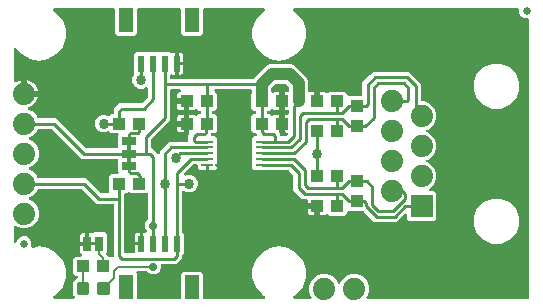
<source format=gtl>
G04 EAGLE Gerber RS-274X export*
G75*
%MOMM*%
%FSLAX34Y34*%
%LPD*%
%INTop Copper*%
%IPPOS*%
%AMOC8*
5,1,8,0,0,1.08239X$1,22.5*%
G01*
%ADD10R,1.200000X2.000000*%
%ADD11R,0.600000X1.350000*%
%ADD12R,1.100000X0.250000*%
%ADD13R,1.100000X1.000000*%
%ADD14R,1.000000X1.100000*%
%ADD15C,1.879600*%
%ADD16R,1.879600X1.879600*%
%ADD17R,1.270000X0.660400*%
%ADD18C,0.635000*%
%ADD19C,0.300000*%
%ADD20R,0.660400X1.270000*%
%ADD21C,0.863600*%
%ADD22C,0.254000*%
%ADD23C,0.736600*%
%ADD24C,1.016000*%
%ADD25C,0.203200*%

G36*
X144800Y4080D02*
X144800Y4080D01*
X144919Y4087D01*
X144957Y4100D01*
X144998Y4105D01*
X145108Y4148D01*
X145221Y4185D01*
X145256Y4207D01*
X145293Y4222D01*
X145389Y4291D01*
X145490Y4355D01*
X145518Y4385D01*
X145551Y4408D01*
X145627Y4500D01*
X145708Y4587D01*
X145728Y4622D01*
X145753Y4653D01*
X145804Y4761D01*
X145862Y4865D01*
X145872Y4905D01*
X145889Y4941D01*
X145911Y5058D01*
X145941Y5173D01*
X145945Y5233D01*
X145949Y5253D01*
X145947Y5274D01*
X145951Y5334D01*
X145951Y25313D01*
X147737Y27099D01*
X162263Y27099D01*
X164049Y25313D01*
X164049Y5334D01*
X164064Y5216D01*
X164071Y5097D01*
X164084Y5059D01*
X164089Y5018D01*
X164132Y4908D01*
X164169Y4795D01*
X164191Y4760D01*
X164206Y4723D01*
X164275Y4627D01*
X164339Y4526D01*
X164369Y4498D01*
X164392Y4465D01*
X164484Y4389D01*
X164571Y4308D01*
X164606Y4288D01*
X164637Y4263D01*
X164745Y4212D01*
X164849Y4154D01*
X164889Y4144D01*
X164925Y4127D01*
X165042Y4105D01*
X165157Y4075D01*
X165217Y4071D01*
X165237Y4067D01*
X165258Y4069D01*
X165318Y4065D01*
X215603Y4065D01*
X215748Y4083D01*
X215893Y4098D01*
X215906Y4103D01*
X215919Y4105D01*
X216054Y4158D01*
X216191Y4209D01*
X216202Y4217D01*
X216215Y4222D01*
X216332Y4307D01*
X216452Y4390D01*
X216461Y4401D01*
X216472Y4408D01*
X216565Y4520D01*
X216660Y4631D01*
X216666Y4643D01*
X216675Y4653D01*
X216737Y4785D01*
X216802Y4916D01*
X216805Y4929D01*
X216810Y4941D01*
X216838Y5083D01*
X216868Y5227D01*
X216868Y5240D01*
X216870Y5253D01*
X216861Y5398D01*
X216855Y5544D01*
X216851Y5558D01*
X216850Y5571D01*
X216806Y5709D01*
X216763Y5849D01*
X216756Y5861D01*
X216752Y5873D01*
X216675Y5996D01*
X216599Y6121D01*
X216589Y6131D01*
X216582Y6142D01*
X216476Y6242D01*
X216372Y6344D01*
X216357Y6354D01*
X216351Y6360D01*
X216336Y6368D01*
X216238Y6433D01*
X213845Y7815D01*
X208720Y13922D01*
X205993Y21414D01*
X205993Y29386D01*
X208720Y36878D01*
X213845Y42985D01*
X220749Y46971D01*
X228600Y48355D01*
X236451Y46971D01*
X243355Y42985D01*
X248480Y36878D01*
X251207Y29386D01*
X251207Y21414D01*
X248480Y13922D01*
X243356Y7815D01*
X240962Y6433D01*
X240846Y6345D01*
X240728Y6260D01*
X240719Y6249D01*
X240709Y6241D01*
X240618Y6127D01*
X240525Y6015D01*
X240519Y6002D01*
X240511Y5992D01*
X240451Y5858D01*
X240390Y5727D01*
X240387Y5714D01*
X240382Y5701D01*
X240357Y5557D01*
X240330Y5414D01*
X240331Y5401D01*
X240328Y5388D01*
X240341Y5242D01*
X240350Y5097D01*
X240354Y5084D01*
X240355Y5071D01*
X240403Y4933D01*
X240448Y4795D01*
X240455Y4783D01*
X240459Y4770D01*
X240540Y4649D01*
X240618Y4526D01*
X240628Y4517D01*
X240635Y4505D01*
X240743Y4408D01*
X240849Y4308D01*
X240861Y4301D01*
X240871Y4292D01*
X241001Y4225D01*
X241128Y4154D01*
X241141Y4151D01*
X241153Y4145D01*
X241295Y4111D01*
X241436Y4075D01*
X241454Y4074D01*
X241463Y4072D01*
X241480Y4072D01*
X241597Y4065D01*
X254905Y4065D01*
X254954Y4071D01*
X255004Y4069D01*
X255111Y4091D01*
X255221Y4105D01*
X255267Y4123D01*
X255315Y4133D01*
X255414Y4181D01*
X255516Y4222D01*
X255556Y4251D01*
X255601Y4273D01*
X255685Y4344D01*
X255774Y4408D01*
X255805Y4447D01*
X255843Y4479D01*
X255906Y4569D01*
X255976Y4653D01*
X255998Y4698D01*
X256026Y4739D01*
X256065Y4842D01*
X256112Y4941D01*
X256121Y4990D01*
X256139Y5036D01*
X256151Y5146D01*
X256172Y5253D01*
X256169Y5303D01*
X256174Y5352D01*
X256159Y5461D01*
X256152Y5571D01*
X256137Y5618D01*
X256130Y5667D01*
X256078Y5820D01*
X254253Y10224D01*
X254253Y15176D01*
X256148Y19750D01*
X259650Y23252D01*
X264224Y25147D01*
X269176Y25147D01*
X273750Y23252D01*
X277252Y19750D01*
X278227Y17395D01*
X278296Y17275D01*
X278361Y17152D01*
X278375Y17137D01*
X278385Y17119D01*
X278482Y17019D01*
X278575Y16916D01*
X278592Y16905D01*
X278606Y16891D01*
X278724Y16818D01*
X278841Y16742D01*
X278860Y16735D01*
X278877Y16724D01*
X279010Y16684D01*
X279142Y16638D01*
X279162Y16637D01*
X279181Y16631D01*
X279320Y16624D01*
X279459Y16613D01*
X279479Y16617D01*
X279499Y16616D01*
X279635Y16644D01*
X279772Y16668D01*
X279791Y16676D01*
X279810Y16680D01*
X279935Y16741D01*
X280062Y16798D01*
X280078Y16811D01*
X280096Y16820D01*
X280202Y16910D01*
X280310Y16997D01*
X280323Y17013D01*
X280338Y17026D01*
X280418Y17140D01*
X280502Y17251D01*
X280514Y17276D01*
X280521Y17286D01*
X280528Y17305D01*
X280573Y17395D01*
X281548Y19750D01*
X285050Y23252D01*
X289624Y25147D01*
X294576Y25147D01*
X299150Y23252D01*
X302652Y19750D01*
X304547Y15176D01*
X304547Y10224D01*
X302722Y5820D01*
X302709Y5772D01*
X302688Y5727D01*
X302667Y5619D01*
X302638Y5513D01*
X302638Y5463D01*
X302628Y5414D01*
X302635Y5305D01*
X302633Y5195D01*
X302645Y5147D01*
X302648Y5097D01*
X302682Y4993D01*
X302707Y4886D01*
X302731Y4842D01*
X302746Y4795D01*
X302805Y4702D01*
X302856Y4605D01*
X302890Y4568D01*
X302916Y4526D01*
X302996Y4451D01*
X303070Y4369D01*
X303112Y4342D01*
X303148Y4308D01*
X303244Y4255D01*
X303336Y4195D01*
X303383Y4178D01*
X303426Y4154D01*
X303533Y4127D01*
X303637Y4091D01*
X303686Y4087D01*
X303734Y4075D01*
X303895Y4065D01*
X439166Y4065D01*
X439284Y4080D01*
X439403Y4087D01*
X439441Y4100D01*
X439482Y4105D01*
X439592Y4148D01*
X439705Y4185D01*
X439740Y4207D01*
X439777Y4222D01*
X439873Y4291D01*
X439974Y4355D01*
X440002Y4385D01*
X440035Y4408D01*
X440111Y4500D01*
X440192Y4587D01*
X440212Y4622D01*
X440237Y4653D01*
X440288Y4761D01*
X440346Y4865D01*
X440356Y4905D01*
X440373Y4941D01*
X440395Y5058D01*
X440425Y5173D01*
X440429Y5233D01*
X440433Y5253D01*
X440431Y5274D01*
X440435Y5334D01*
X440435Y240157D01*
X440420Y240275D01*
X440413Y240394D01*
X440400Y240432D01*
X440395Y240473D01*
X440352Y240583D01*
X440315Y240696D01*
X440293Y240731D01*
X440278Y240768D01*
X440209Y240864D01*
X440145Y240965D01*
X440115Y240993D01*
X440092Y241026D01*
X440000Y241102D01*
X439913Y241183D01*
X439878Y241203D01*
X439847Y241228D01*
X439739Y241279D01*
X439635Y241337D01*
X439595Y241347D01*
X439559Y241364D01*
X439442Y241386D01*
X439327Y241416D01*
X439267Y241420D01*
X439247Y241424D01*
X439226Y241422D01*
X439166Y241426D01*
X436912Y241426D01*
X434625Y242374D01*
X432874Y244125D01*
X431926Y246412D01*
X431926Y248666D01*
X431911Y248784D01*
X431904Y248903D01*
X431891Y248941D01*
X431886Y248982D01*
X431843Y249092D01*
X431806Y249205D01*
X431784Y249240D01*
X431769Y249277D01*
X431700Y249373D01*
X431636Y249474D01*
X431606Y249502D01*
X431583Y249535D01*
X431491Y249611D01*
X431404Y249692D01*
X431369Y249712D01*
X431338Y249737D01*
X431230Y249788D01*
X431126Y249846D01*
X431086Y249856D01*
X431050Y249873D01*
X430933Y249895D01*
X430818Y249925D01*
X430758Y249929D01*
X430738Y249933D01*
X430717Y249931D01*
X430657Y249935D01*
X241597Y249935D01*
X241452Y249917D01*
X241307Y249902D01*
X241294Y249897D01*
X241281Y249895D01*
X241146Y249842D01*
X241009Y249791D01*
X240998Y249783D01*
X240985Y249778D01*
X240868Y249693D01*
X240748Y249610D01*
X240739Y249599D01*
X240728Y249592D01*
X240635Y249480D01*
X240540Y249369D01*
X240534Y249357D01*
X240525Y249347D01*
X240463Y249215D01*
X240398Y249084D01*
X240395Y249071D01*
X240390Y249059D01*
X240362Y248917D01*
X240332Y248773D01*
X240332Y248760D01*
X240330Y248747D01*
X240339Y248602D01*
X240345Y248456D01*
X240349Y248442D01*
X240350Y248429D01*
X240394Y248291D01*
X240437Y248151D01*
X240444Y248139D01*
X240448Y248127D01*
X240525Y248004D01*
X240601Y247879D01*
X240611Y247869D01*
X240618Y247858D01*
X240724Y247758D01*
X240828Y247656D01*
X240843Y247646D01*
X240849Y247640D01*
X240864Y247632D01*
X240962Y247567D01*
X243355Y246185D01*
X248480Y240078D01*
X251207Y232586D01*
X251207Y224614D01*
X248480Y217122D01*
X243356Y211015D01*
X236451Y207029D01*
X228600Y205645D01*
X220749Y207029D01*
X213845Y211015D01*
X208720Y217122D01*
X205993Y224614D01*
X205993Y232586D01*
X208720Y240078D01*
X213844Y246185D01*
X216238Y247567D01*
X216354Y247655D01*
X216472Y247740D01*
X216481Y247751D01*
X216491Y247759D01*
X216582Y247873D01*
X216675Y247985D01*
X216681Y247998D01*
X216689Y248008D01*
X216749Y248142D01*
X216810Y248273D01*
X216813Y248286D01*
X216818Y248299D01*
X216843Y248443D01*
X216870Y248586D01*
X216869Y248599D01*
X216872Y248612D01*
X216859Y248758D01*
X216850Y248903D01*
X216846Y248916D01*
X216845Y248929D01*
X216797Y249067D01*
X216752Y249205D01*
X216745Y249217D01*
X216741Y249230D01*
X216660Y249351D01*
X216582Y249474D01*
X216572Y249483D01*
X216565Y249495D01*
X216457Y249592D01*
X216351Y249692D01*
X216339Y249699D01*
X216329Y249708D01*
X216199Y249775D01*
X216072Y249846D01*
X216059Y249849D01*
X216047Y249855D01*
X215905Y249889D01*
X215764Y249925D01*
X215746Y249926D01*
X215737Y249928D01*
X215720Y249928D01*
X215603Y249935D01*
X165318Y249935D01*
X165200Y249920D01*
X165081Y249913D01*
X165043Y249900D01*
X165002Y249895D01*
X164892Y249852D01*
X164779Y249815D01*
X164744Y249793D01*
X164707Y249778D01*
X164611Y249709D01*
X164510Y249645D01*
X164482Y249615D01*
X164449Y249592D01*
X164373Y249500D01*
X164292Y249413D01*
X164272Y249378D01*
X164247Y249347D01*
X164196Y249239D01*
X164138Y249135D01*
X164128Y249095D01*
X164111Y249059D01*
X164089Y248942D01*
X164059Y248827D01*
X164055Y248767D01*
X164051Y248747D01*
X164053Y248726D01*
X164049Y248666D01*
X164049Y228687D01*
X162263Y226901D01*
X147737Y226901D01*
X145951Y228687D01*
X145951Y248666D01*
X145936Y248784D01*
X145929Y248903D01*
X145916Y248941D01*
X145911Y248982D01*
X145868Y249092D01*
X145831Y249205D01*
X145809Y249240D01*
X145794Y249277D01*
X145725Y249373D01*
X145661Y249474D01*
X145631Y249502D01*
X145608Y249535D01*
X145516Y249611D01*
X145429Y249692D01*
X145394Y249712D01*
X145363Y249737D01*
X145255Y249788D01*
X145151Y249846D01*
X145111Y249856D01*
X145075Y249873D01*
X144958Y249895D01*
X144843Y249925D01*
X144783Y249929D01*
X144763Y249933D01*
X144742Y249931D01*
X144682Y249935D01*
X109318Y249935D01*
X109200Y249920D01*
X109081Y249913D01*
X109043Y249900D01*
X109002Y249895D01*
X108892Y249852D01*
X108779Y249815D01*
X108744Y249793D01*
X108707Y249778D01*
X108611Y249709D01*
X108510Y249645D01*
X108482Y249615D01*
X108449Y249592D01*
X108373Y249500D01*
X108292Y249413D01*
X108272Y249378D01*
X108247Y249347D01*
X108196Y249239D01*
X108138Y249135D01*
X108128Y249095D01*
X108111Y249059D01*
X108089Y248942D01*
X108059Y248827D01*
X108055Y248767D01*
X108051Y248747D01*
X108053Y248726D01*
X108049Y248666D01*
X108049Y228687D01*
X106263Y226901D01*
X91737Y226901D01*
X89951Y228687D01*
X89951Y248666D01*
X89936Y248784D01*
X89929Y248903D01*
X89916Y248941D01*
X89911Y248982D01*
X89868Y249092D01*
X89831Y249205D01*
X89809Y249240D01*
X89794Y249277D01*
X89725Y249373D01*
X89661Y249474D01*
X89631Y249502D01*
X89608Y249535D01*
X89516Y249611D01*
X89429Y249692D01*
X89394Y249712D01*
X89363Y249737D01*
X89255Y249788D01*
X89151Y249846D01*
X89111Y249856D01*
X89075Y249873D01*
X88958Y249895D01*
X88843Y249925D01*
X88783Y249929D01*
X88763Y249933D01*
X88742Y249931D01*
X88682Y249935D01*
X38397Y249935D01*
X38252Y249917D01*
X38107Y249902D01*
X38094Y249897D01*
X38081Y249895D01*
X37946Y249842D01*
X37809Y249791D01*
X37798Y249783D01*
X37785Y249778D01*
X37668Y249693D01*
X37548Y249610D01*
X37539Y249599D01*
X37528Y249592D01*
X37435Y249480D01*
X37340Y249369D01*
X37334Y249357D01*
X37325Y249347D01*
X37263Y249215D01*
X37198Y249084D01*
X37195Y249071D01*
X37190Y249059D01*
X37162Y248916D01*
X37132Y248773D01*
X37132Y248760D01*
X37130Y248747D01*
X37139Y248602D01*
X37145Y248456D01*
X37149Y248442D01*
X37150Y248429D01*
X37194Y248291D01*
X37237Y248151D01*
X37244Y248139D01*
X37248Y248127D01*
X37325Y248004D01*
X37401Y247879D01*
X37411Y247869D01*
X37418Y247858D01*
X37524Y247758D01*
X37628Y247656D01*
X37643Y247646D01*
X37649Y247640D01*
X37664Y247632D01*
X37762Y247567D01*
X40155Y246185D01*
X45280Y240078D01*
X48007Y232586D01*
X48007Y224614D01*
X45280Y217122D01*
X40156Y211015D01*
X33251Y207029D01*
X25400Y205645D01*
X17549Y207029D01*
X10645Y211015D01*
X6306Y216185D01*
X6280Y216209D01*
X6260Y216238D01*
X6164Y216317D01*
X6073Y216401D01*
X6042Y216418D01*
X6015Y216441D01*
X5902Y216494D01*
X5793Y216553D01*
X5759Y216561D01*
X5727Y216576D01*
X5605Y216599D01*
X5485Y216630D01*
X5449Y216629D01*
X5414Y216636D01*
X5291Y216628D01*
X5167Y216627D01*
X5132Y216618D01*
X5097Y216616D01*
X4979Y216578D01*
X4859Y216546D01*
X4828Y216529D01*
X4795Y216518D01*
X4690Y216452D01*
X4581Y216391D01*
X4556Y216367D01*
X4526Y216348D01*
X4441Y216258D01*
X4351Y216172D01*
X4332Y216142D01*
X4308Y216116D01*
X4248Y216008D01*
X4182Y215903D01*
X4171Y215869D01*
X4154Y215838D01*
X4123Y215718D01*
X4086Y215600D01*
X4084Y215564D01*
X4075Y215530D01*
X4065Y215369D01*
X4065Y188774D01*
X4070Y188735D01*
X4067Y188695D01*
X4090Y188577D01*
X4105Y188459D01*
X4119Y188422D01*
X4127Y188383D01*
X4178Y188274D01*
X4222Y188163D01*
X4245Y188131D01*
X4262Y188095D01*
X4338Y188003D01*
X4408Y187906D01*
X4439Y187880D01*
X4464Y187850D01*
X4561Y187779D01*
X4653Y187703D01*
X4689Y187686D01*
X4722Y187662D01*
X4833Y187618D01*
X4941Y187567D01*
X4980Y187560D01*
X5017Y187545D01*
X5136Y187530D01*
X5253Y187508D01*
X5293Y187510D01*
X5333Y187505D01*
X5452Y187520D01*
X5571Y187527D01*
X5609Y187540D01*
X5648Y187545D01*
X5760Y187588D01*
X5873Y187625D01*
X5907Y187647D01*
X5944Y187661D01*
X6080Y187747D01*
X6443Y188011D01*
X8117Y188864D01*
X9904Y189445D01*
X10161Y189485D01*
X10161Y179070D01*
X10176Y178952D01*
X10183Y178833D01*
X10196Y178795D01*
X10201Y178755D01*
X10244Y178644D01*
X10281Y178531D01*
X10303Y178497D01*
X10318Y178459D01*
X10388Y178363D01*
X10451Y178262D01*
X10481Y178234D01*
X10504Y178202D01*
X10596Y178126D01*
X10683Y178044D01*
X10718Y178025D01*
X10749Y177999D01*
X10857Y177948D01*
X10961Y177891D01*
X11001Y177880D01*
X11037Y177863D01*
X11154Y177841D01*
X11269Y177811D01*
X11330Y177807D01*
X11350Y177803D01*
X11370Y177805D01*
X11430Y177801D01*
X12701Y177801D01*
X12701Y176530D01*
X12716Y176412D01*
X12723Y176293D01*
X12736Y176255D01*
X12741Y176214D01*
X12785Y176104D01*
X12821Y175991D01*
X12843Y175956D01*
X12858Y175919D01*
X12928Y175823D01*
X12991Y175722D01*
X13021Y175694D01*
X13045Y175661D01*
X13136Y175586D01*
X13223Y175504D01*
X13258Y175484D01*
X13290Y175459D01*
X13397Y175408D01*
X13502Y175350D01*
X13541Y175340D01*
X13577Y175323D01*
X13694Y175301D01*
X13809Y175271D01*
X13870Y175267D01*
X13890Y175263D01*
X13910Y175265D01*
X13970Y175261D01*
X24385Y175261D01*
X24345Y175004D01*
X23764Y173217D01*
X22911Y171543D01*
X21806Y170022D01*
X20478Y168694D01*
X18957Y167589D01*
X17283Y166736D01*
X16818Y166585D01*
X16791Y166572D01*
X16762Y166565D01*
X16648Y166505D01*
X16530Y166450D01*
X16507Y166431D01*
X16481Y166417D01*
X16385Y166330D01*
X16285Y166247D01*
X16268Y166223D01*
X16246Y166203D01*
X16174Y166094D01*
X16098Y165990D01*
X16087Y165962D01*
X16071Y165937D01*
X16029Y165814D01*
X15981Y165694D01*
X15977Y165664D01*
X15968Y165636D01*
X15957Y165507D01*
X15941Y165379D01*
X15945Y165349D01*
X15942Y165319D01*
X15965Y165191D01*
X15981Y165063D01*
X15992Y165035D01*
X15997Y165006D01*
X16050Y164888D01*
X16098Y164767D01*
X16115Y164743D01*
X16127Y164716D01*
X16208Y164615D01*
X16284Y164510D01*
X16307Y164491D01*
X16326Y164467D01*
X16430Y164389D01*
X16529Y164307D01*
X16556Y164294D01*
X16580Y164276D01*
X16725Y164205D01*
X19750Y162952D01*
X23252Y159450D01*
X24059Y157502D01*
X24073Y157477D01*
X24083Y157449D01*
X24152Y157339D01*
X24216Y157226D01*
X24237Y157205D01*
X24253Y157180D01*
X24347Y157091D01*
X24438Y156998D01*
X24463Y156982D01*
X24484Y156962D01*
X24598Y156899D01*
X24709Y156831D01*
X24737Y156823D01*
X24763Y156808D01*
X24889Y156776D01*
X25013Y156738D01*
X25042Y156736D01*
X25071Y156729D01*
X25231Y156719D01*
X39889Y156719D01*
X42790Y153817D01*
X64917Y131690D01*
X64995Y131630D01*
X65068Y131562D01*
X65121Y131533D01*
X65168Y131496D01*
X65259Y131456D01*
X65346Y131408D01*
X65405Y131393D01*
X65460Y131369D01*
X65558Y131354D01*
X65654Y131329D01*
X65754Y131323D01*
X65774Y131319D01*
X65787Y131321D01*
X65815Y131319D01*
X90932Y131319D01*
X91050Y131334D01*
X91169Y131341D01*
X91207Y131354D01*
X91248Y131359D01*
X91358Y131402D01*
X91471Y131439D01*
X91506Y131461D01*
X91543Y131476D01*
X91639Y131545D01*
X91740Y131609D01*
X91768Y131639D01*
X91801Y131662D01*
X91877Y131754D01*
X91958Y131841D01*
X91978Y131876D01*
X92003Y131907D01*
X92054Y132015D01*
X92112Y132119D01*
X92122Y132159D01*
X92139Y132195D01*
X92161Y132312D01*
X92191Y132427D01*
X92195Y132487D01*
X92199Y132507D01*
X92197Y132528D01*
X92201Y132588D01*
X92201Y141979D01*
X92407Y142184D01*
X92492Y142294D01*
X92581Y142401D01*
X92589Y142420D01*
X92602Y142436D01*
X92657Y142564D01*
X92716Y142689D01*
X92720Y142709D01*
X92728Y142728D01*
X92750Y142866D01*
X92776Y143002D01*
X92775Y143022D01*
X92778Y143042D01*
X92765Y143181D01*
X92756Y143319D01*
X92750Y143338D01*
X92748Y143358D01*
X92701Y143489D01*
X92658Y143621D01*
X92648Y143639D01*
X92641Y143658D01*
X92563Y143772D01*
X92488Y143890D01*
X92473Y143904D01*
X92462Y143921D01*
X92358Y144012D01*
X92257Y144108D01*
X92239Y144118D01*
X92224Y144131D01*
X92100Y144194D01*
X91978Y144262D01*
X91959Y144267D01*
X91940Y144276D01*
X91804Y144306D01*
X91670Y144341D01*
X91642Y144343D01*
X91630Y144346D01*
X91610Y144345D01*
X91509Y144351D01*
X86337Y144351D01*
X85031Y145658D01*
X85007Y145676D01*
X84988Y145698D01*
X84882Y145773D01*
X84779Y145853D01*
X84752Y145865D01*
X84728Y145881D01*
X84607Y145927D01*
X84487Y145979D01*
X84458Y145984D01*
X84431Y145994D01*
X84302Y146009D01*
X84173Y146029D01*
X84144Y146026D01*
X84115Y146029D01*
X83986Y146011D01*
X83857Y145999D01*
X83829Y145989D01*
X83800Y145985D01*
X83647Y145933D01*
X81475Y145033D01*
X78545Y145033D01*
X75837Y146155D01*
X73765Y148227D01*
X72643Y150935D01*
X72643Y153865D01*
X73765Y156573D01*
X75837Y158645D01*
X78545Y159767D01*
X81475Y159767D01*
X83647Y158867D01*
X83676Y158859D01*
X83702Y158846D01*
X83829Y158817D01*
X83954Y158783D01*
X83984Y158783D01*
X84012Y158776D01*
X84142Y158780D01*
X84272Y158778D01*
X84301Y158785D01*
X84330Y158786D01*
X84455Y158822D01*
X84581Y158852D01*
X84608Y158866D01*
X84636Y158874D01*
X84748Y158940D01*
X84862Y159001D01*
X84884Y159021D01*
X84910Y159036D01*
X85031Y159142D01*
X86337Y160449D01*
X87512Y160449D01*
X87630Y160464D01*
X87749Y160471D01*
X87787Y160484D01*
X87828Y160489D01*
X87938Y160532D01*
X88051Y160569D01*
X88086Y160591D01*
X88123Y160606D01*
X88219Y160675D01*
X88320Y160739D01*
X88348Y160769D01*
X88381Y160792D01*
X88457Y160884D01*
X88538Y160971D01*
X88558Y161006D01*
X88583Y161037D01*
X88634Y161145D01*
X88692Y161249D01*
X88702Y161289D01*
X88719Y161325D01*
X88741Y161442D01*
X88771Y161557D01*
X88775Y161617D01*
X88779Y161637D01*
X88777Y161658D01*
X88781Y161718D01*
X88781Y164739D01*
X93461Y169419D01*
X111985Y169419D01*
X112084Y169431D01*
X112183Y169434D01*
X112241Y169451D01*
X112301Y169459D01*
X112393Y169495D01*
X112488Y169523D01*
X112540Y169553D01*
X112597Y169576D01*
X112677Y169634D01*
X112762Y169684D01*
X112837Y169750D01*
X112854Y169762D01*
X112862Y169772D01*
X112883Y169790D01*
X117310Y174217D01*
X117370Y174295D01*
X117438Y174368D01*
X117467Y174421D01*
X117504Y174468D01*
X117544Y174559D01*
X117592Y174646D01*
X117607Y174705D01*
X117631Y174760D01*
X117646Y174858D01*
X117671Y174954D01*
X117677Y175054D01*
X117681Y175074D01*
X117679Y175087D01*
X117681Y175115D01*
X117681Y181809D01*
X117675Y181859D01*
X117677Y181908D01*
X117655Y182016D01*
X117641Y182125D01*
X117623Y182171D01*
X117613Y182220D01*
X117565Y182318D01*
X117524Y182421D01*
X117495Y182461D01*
X117473Y182505D01*
X117402Y182589D01*
X117338Y182678D01*
X117299Y182710D01*
X117267Y182747D01*
X117177Y182811D01*
X117093Y182881D01*
X117048Y182902D01*
X117007Y182931D01*
X116904Y182970D01*
X116805Y183016D01*
X116756Y183026D01*
X116710Y183043D01*
X116600Y183055D01*
X116493Y183076D01*
X116443Y183073D01*
X116394Y183079D01*
X116285Y183063D01*
X116175Y183056D01*
X116128Y183041D01*
X116079Y183034D01*
X115926Y182982D01*
X113225Y181863D01*
X110295Y181863D01*
X107587Y182985D01*
X105515Y185057D01*
X104393Y187765D01*
X104393Y190695D01*
X105515Y193403D01*
X105728Y193616D01*
X105801Y193710D01*
X105879Y193799D01*
X105898Y193835D01*
X105923Y193867D01*
X105970Y193976D01*
X106024Y194082D01*
X106033Y194122D01*
X106049Y194159D01*
X106068Y194277D01*
X106094Y194393D01*
X106092Y194433D01*
X106099Y194473D01*
X106088Y194592D01*
X106084Y194711D01*
X106073Y194749D01*
X106069Y194790D01*
X106029Y194902D01*
X105996Y195016D01*
X105975Y195051D01*
X105961Y195089D01*
X105951Y195104D01*
X105951Y211213D01*
X107737Y212999D01*
X116303Y212999D01*
X116322Y212989D01*
X116354Y212964D01*
X116463Y212917D01*
X116569Y212863D01*
X116608Y212854D01*
X116646Y212838D01*
X116763Y212819D01*
X116879Y212793D01*
X116920Y212794D01*
X116960Y212788D01*
X117078Y212799D01*
X117197Y212803D01*
X117236Y212814D01*
X117276Y212818D01*
X117388Y212858D01*
X117503Y212891D01*
X117538Y212912D01*
X117576Y212925D01*
X117674Y212992D01*
X117685Y212999D01*
X126303Y212999D01*
X126322Y212989D01*
X126354Y212964D01*
X126463Y212917D01*
X126569Y212863D01*
X126609Y212854D01*
X126646Y212838D01*
X126764Y212819D01*
X126879Y212793D01*
X126920Y212794D01*
X126960Y212788D01*
X127079Y212799D01*
X127197Y212803D01*
X127236Y212814D01*
X127276Y212818D01*
X127389Y212858D01*
X127503Y212891D01*
X127538Y212912D01*
X127576Y212925D01*
X127674Y212992D01*
X127685Y212999D01*
X136263Y212999D01*
X136653Y212609D01*
X136737Y212544D01*
X136814Y212472D01*
X136862Y212447D01*
X136904Y212414D01*
X137001Y212372D01*
X137094Y212322D01*
X137147Y212309D01*
X137196Y212287D01*
X137301Y212271D01*
X137403Y212245D01*
X137457Y212246D01*
X137510Y212237D01*
X137616Y212247D01*
X137721Y212248D01*
X137805Y212265D01*
X137827Y212267D01*
X137842Y212272D01*
X137879Y212280D01*
X138666Y212491D01*
X140501Y212491D01*
X140501Y203430D01*
X140516Y203312D01*
X140523Y203193D01*
X140525Y203186D01*
X140511Y203130D01*
X140507Y203070D01*
X140503Y203050D01*
X140505Y203030D01*
X140501Y202970D01*
X140501Y193909D01*
X138666Y193909D01*
X137917Y194110D01*
X137792Y194127D01*
X137668Y194151D01*
X137635Y194149D01*
X137601Y194153D01*
X137476Y194139D01*
X137351Y194131D01*
X137319Y194121D01*
X137286Y194117D01*
X137168Y194072D01*
X137049Y194033D01*
X137020Y194015D01*
X136989Y194003D01*
X136886Y193930D01*
X136780Y193863D01*
X136757Y193838D01*
X136729Y193819D01*
X136648Y193723D01*
X136562Y193631D01*
X136546Y193602D01*
X136524Y193576D01*
X136469Y193463D01*
X136408Y193353D01*
X136400Y193320D01*
X136385Y193290D01*
X136360Y193166D01*
X136329Y193045D01*
X136326Y192996D01*
X136322Y192978D01*
X136323Y192956D01*
X136319Y192884D01*
X136319Y191398D01*
X136334Y191280D01*
X136341Y191161D01*
X136354Y191123D01*
X136359Y191082D01*
X136402Y190972D01*
X136439Y190859D01*
X136461Y190824D01*
X136476Y190787D01*
X136545Y190691D01*
X136609Y190590D01*
X136639Y190562D01*
X136662Y190529D01*
X136754Y190453D01*
X136841Y190372D01*
X136876Y190352D01*
X136907Y190327D01*
X137015Y190276D01*
X137119Y190218D01*
X137159Y190208D01*
X137195Y190191D01*
X137312Y190169D01*
X137427Y190139D01*
X137487Y190135D01*
X137507Y190131D01*
X137528Y190133D01*
X137588Y190129D01*
X206047Y190129D01*
X206145Y190141D01*
X206244Y190144D01*
X206303Y190161D01*
X206363Y190169D01*
X206455Y190205D01*
X206550Y190233D01*
X206602Y190263D01*
X206658Y190286D01*
X206738Y190344D01*
X206824Y190394D01*
X206899Y190460D01*
X206916Y190472D01*
X206924Y190482D01*
X206945Y190500D01*
X217645Y201201D01*
X220633Y202439D01*
X239107Y202439D01*
X242095Y201201D01*
X252001Y191295D01*
X253239Y188307D01*
X253239Y180155D01*
X253255Y180030D01*
X253264Y179905D01*
X253274Y179873D01*
X253279Y179840D01*
X253325Y179723D01*
X253365Y179604D01*
X253383Y179575D01*
X253396Y179544D01*
X253469Y179443D01*
X253538Y179337D01*
X253563Y179314D01*
X253582Y179287D01*
X253679Y179207D01*
X253772Y179121D01*
X253801Y179105D01*
X253827Y179084D01*
X253941Y179030D01*
X254052Y178971D01*
X254085Y178963D01*
X254115Y178948D01*
X254238Y178925D01*
X254361Y178895D01*
X254394Y178895D01*
X254427Y178889D01*
X254553Y178896D01*
X254679Y178898D01*
X254727Y178907D01*
X254745Y178908D01*
X254765Y178915D01*
X254837Y178929D01*
X255066Y178991D01*
X258401Y178991D01*
X258401Y172680D01*
X258416Y172562D01*
X258423Y172443D01*
X258435Y172405D01*
X258441Y172365D01*
X258484Y172254D01*
X258521Y172141D01*
X258543Y172107D01*
X258558Y172069D01*
X258627Y171973D01*
X258691Y171872D01*
X258721Y171844D01*
X258744Y171812D01*
X258836Y171736D01*
X258923Y171654D01*
X258958Y171635D01*
X258989Y171609D01*
X259097Y171558D01*
X259201Y171501D01*
X259241Y171491D01*
X259277Y171473D01*
X259394Y171451D01*
X259509Y171421D01*
X259569Y171417D01*
X259589Y171414D01*
X259610Y171415D01*
X259670Y171411D01*
X262130Y171411D01*
X262248Y171426D01*
X262367Y171433D01*
X262405Y171446D01*
X262446Y171451D01*
X262556Y171495D01*
X262669Y171531D01*
X262704Y171553D01*
X262741Y171568D01*
X262837Y171638D01*
X262938Y171701D01*
X262966Y171731D01*
X262999Y171755D01*
X263075Y171846D01*
X263156Y171933D01*
X263176Y171968D01*
X263201Y172000D01*
X263252Y172107D01*
X263310Y172212D01*
X263320Y172251D01*
X263337Y172287D01*
X263359Y172404D01*
X263389Y172520D01*
X263393Y172580D01*
X263397Y172600D01*
X263395Y172620D01*
X263399Y172680D01*
X263399Y178991D01*
X266734Y178991D01*
X267381Y178818D01*
X267960Y178483D01*
X268143Y178300D01*
X268230Y178232D01*
X268270Y178195D01*
X268279Y178190D01*
X268327Y178148D01*
X268363Y178130D01*
X268394Y178105D01*
X268504Y178058D01*
X268610Y178003D01*
X268649Y177995D01*
X268686Y177979D01*
X268804Y177960D01*
X268920Y177934D01*
X268961Y177935D01*
X269000Y177929D01*
X269119Y177940D01*
X269238Y177943D01*
X269277Y177955D01*
X269317Y177959D01*
X269429Y177999D01*
X269543Y178032D01*
X269578Y178052D01*
X269616Y178066D01*
X269715Y178133D01*
X269817Y178193D01*
X269863Y178233D01*
X269879Y178245D01*
X269893Y178260D01*
X269938Y178300D01*
X271137Y179499D01*
X284663Y179499D01*
X286449Y177713D01*
X286449Y176775D01*
X286466Y176637D01*
X286479Y176498D01*
X286486Y176479D01*
X286489Y176459D01*
X286540Y176330D01*
X286587Y176199D01*
X286598Y176182D01*
X286606Y176163D01*
X286687Y176051D01*
X286765Y175936D01*
X286781Y175922D01*
X286792Y175906D01*
X286900Y175817D01*
X287004Y175725D01*
X287022Y175716D01*
X287037Y175703D01*
X287163Y175644D01*
X287287Y175581D01*
X287307Y175576D01*
X287325Y175568D01*
X287461Y175542D01*
X287597Y175511D01*
X287618Y175512D01*
X287637Y175508D01*
X287776Y175516D01*
X287915Y175521D01*
X287935Y175526D01*
X287955Y175528D01*
X288087Y175571D01*
X288221Y175609D01*
X288238Y175619D01*
X288257Y175626D01*
X288375Y175700D01*
X288495Y175771D01*
X288516Y175789D01*
X288526Y175796D01*
X288529Y175799D01*
X297942Y175799D01*
X298060Y175814D01*
X298179Y175821D01*
X298217Y175834D01*
X298258Y175839D01*
X298368Y175882D01*
X298481Y175919D01*
X298516Y175941D01*
X298553Y175956D01*
X298649Y176025D01*
X298750Y176089D01*
X298778Y176119D01*
X298811Y176142D01*
X298887Y176234D01*
X298968Y176321D01*
X298988Y176356D01*
X299013Y176387D01*
X299064Y176495D01*
X299122Y176599D01*
X299132Y176639D01*
X299149Y176675D01*
X299171Y176792D01*
X299201Y176907D01*
X299205Y176967D01*
X299209Y176987D01*
X299207Y177008D01*
X299211Y177068D01*
X299211Y187209D01*
X305190Y193187D01*
X308091Y196089D01*
X338339Y196089D01*
X348489Y185939D01*
X348489Y172466D01*
X348504Y172348D01*
X348511Y172229D01*
X348524Y172191D01*
X348529Y172150D01*
X348572Y172040D01*
X348609Y171927D01*
X348631Y171892D01*
X348646Y171855D01*
X348715Y171759D01*
X348779Y171658D01*
X348809Y171630D01*
X348832Y171597D01*
X348924Y171521D01*
X349011Y171440D01*
X349046Y171420D01*
X349077Y171395D01*
X349185Y171344D01*
X349289Y171286D01*
X349329Y171276D01*
X349365Y171259D01*
X349482Y171237D01*
X349597Y171207D01*
X349657Y171203D01*
X349677Y171199D01*
X349698Y171201D01*
X349758Y171197D01*
X351726Y171197D01*
X356300Y169302D01*
X359802Y165800D01*
X361697Y161226D01*
X361697Y156274D01*
X359802Y151700D01*
X356301Y148198D01*
X353945Y147223D01*
X353824Y147154D01*
X353702Y147089D01*
X353687Y147075D01*
X353669Y147065D01*
X353569Y146968D01*
X353466Y146875D01*
X353455Y146858D01*
X353441Y146844D01*
X353368Y146726D01*
X353292Y146609D01*
X353285Y146590D01*
X353274Y146573D01*
X353234Y146440D01*
X353188Y146308D01*
X353187Y146288D01*
X353181Y146269D01*
X353174Y146130D01*
X353163Y145991D01*
X353167Y145971D01*
X353166Y145951D01*
X353194Y145815D01*
X353218Y145678D01*
X353226Y145659D01*
X353230Y145640D01*
X353291Y145515D01*
X353348Y145388D01*
X353361Y145372D01*
X353370Y145354D01*
X353460Y145248D01*
X353547Y145140D01*
X353563Y145127D01*
X353576Y145112D01*
X353690Y145032D01*
X353801Y144948D01*
X353826Y144936D01*
X353836Y144929D01*
X353855Y144922D01*
X353945Y144877D01*
X356300Y143902D01*
X359802Y140400D01*
X361697Y135826D01*
X361697Y130874D01*
X359802Y126300D01*
X356300Y122798D01*
X353945Y121823D01*
X353825Y121754D01*
X353702Y121689D01*
X353687Y121675D01*
X353669Y121665D01*
X353569Y121568D01*
X353466Y121475D01*
X353455Y121458D01*
X353441Y121444D01*
X353368Y121326D01*
X353292Y121209D01*
X353285Y121190D01*
X353274Y121173D01*
X353234Y121040D01*
X353188Y120908D01*
X353187Y120888D01*
X353181Y120869D01*
X353174Y120730D01*
X353163Y120591D01*
X353167Y120571D01*
X353166Y120551D01*
X353194Y120415D01*
X353218Y120278D01*
X353226Y120259D01*
X353230Y120240D01*
X353291Y120115D01*
X353348Y119988D01*
X353361Y119972D01*
X353370Y119954D01*
X353460Y119848D01*
X353547Y119740D01*
X353563Y119727D01*
X353576Y119712D01*
X353690Y119632D01*
X353801Y119548D01*
X353826Y119536D01*
X353836Y119529D01*
X353855Y119522D01*
X353945Y119477D01*
X356300Y118502D01*
X359802Y115000D01*
X361697Y110426D01*
X361697Y105474D01*
X359802Y100900D01*
X356286Y97384D01*
X356273Y97378D01*
X356200Y97326D01*
X356122Y97281D01*
X356072Y97233D01*
X356015Y97192D01*
X355958Y97122D01*
X355894Y97060D01*
X355857Y97000D01*
X355812Y96947D01*
X355774Y96865D01*
X355727Y96789D01*
X355707Y96722D01*
X355677Y96659D01*
X355660Y96571D01*
X355634Y96485D01*
X355630Y96415D01*
X355617Y96346D01*
X355623Y96257D01*
X355618Y96167D01*
X355633Y96099D01*
X355637Y96029D01*
X355665Y95944D01*
X355683Y95856D01*
X355713Y95793D01*
X355735Y95727D01*
X355783Y95651D01*
X355822Y95570D01*
X355868Y95517D01*
X355905Y95458D01*
X355970Y95396D01*
X356029Y95328D01*
X356086Y95288D01*
X356137Y95240D01*
X356215Y95197D01*
X356289Y95145D01*
X356354Y95120D01*
X356415Y95086D01*
X356502Y95064D01*
X356586Y95032D01*
X356656Y95024D01*
X356723Y95007D01*
X356884Y94997D01*
X359911Y94997D01*
X361697Y93211D01*
X361697Y71889D01*
X359911Y70103D01*
X338589Y70103D01*
X336803Y71889D01*
X336803Y74901D01*
X336786Y75039D01*
X336773Y75178D01*
X336766Y75197D01*
X336763Y75217D01*
X336712Y75346D01*
X336665Y75477D01*
X336654Y75494D01*
X336646Y75513D01*
X336565Y75625D01*
X336487Y75740D01*
X336471Y75754D01*
X336460Y75770D01*
X336352Y75859D01*
X336248Y75951D01*
X336230Y75960D01*
X336215Y75973D01*
X336089Y76032D01*
X335965Y76095D01*
X335945Y76100D01*
X335927Y76108D01*
X335791Y76134D01*
X335655Y76165D01*
X335634Y76164D01*
X335615Y76168D01*
X335476Y76159D01*
X335337Y76155D01*
X335317Y76150D01*
X335297Y76148D01*
X335165Y76106D01*
X335031Y76067D01*
X335014Y76057D01*
X334995Y76050D01*
X334877Y75976D01*
X334757Y75905D01*
X334736Y75887D01*
X334726Y75880D01*
X334712Y75865D01*
X334637Y75799D01*
X331080Y72243D01*
X328179Y69341D01*
X309361Y69341D01*
X300873Y77830D01*
X300795Y77890D01*
X300722Y77958D01*
X300669Y77987D01*
X300622Y78024D01*
X300531Y78064D01*
X300444Y78112D01*
X300385Y78127D01*
X300330Y78151D01*
X300232Y78166D01*
X300136Y78191D01*
X300036Y78197D01*
X300016Y78201D01*
X300003Y78199D01*
X299975Y78201D01*
X288515Y78201D01*
X288506Y78208D01*
X288399Y78297D01*
X288380Y78305D01*
X288364Y78318D01*
X288236Y78373D01*
X288111Y78432D01*
X288091Y78436D01*
X288072Y78444D01*
X287935Y78466D01*
X287798Y78492D01*
X287778Y78491D01*
X287758Y78494D01*
X287620Y78481D01*
X287481Y78472D01*
X287462Y78466D01*
X287442Y78464D01*
X287311Y78417D01*
X287179Y78374D01*
X287161Y78364D01*
X287142Y78357D01*
X287027Y78279D01*
X286910Y78204D01*
X286896Y78189D01*
X286879Y78178D01*
X286787Y78074D01*
X286692Y77973D01*
X286682Y77955D01*
X286669Y77940D01*
X286605Y77816D01*
X286538Y77694D01*
X286533Y77675D01*
X286524Y77657D01*
X286494Y77521D01*
X286459Y77386D01*
X286457Y77358D01*
X286454Y77346D01*
X286455Y77326D01*
X286449Y77225D01*
X286449Y76287D01*
X284663Y74501D01*
X271137Y74501D01*
X269938Y75700D01*
X269844Y75773D01*
X269755Y75852D01*
X269719Y75870D01*
X269687Y75895D01*
X269578Y75942D01*
X269472Y75997D01*
X269432Y76005D01*
X269395Y76021D01*
X269277Y76040D01*
X269161Y76066D01*
X269121Y76065D01*
X269081Y76071D01*
X268962Y76060D01*
X268843Y76056D01*
X268805Y76045D01*
X268764Y76041D01*
X268652Y76001D01*
X268538Y75968D01*
X268503Y75948D01*
X268465Y75934D01*
X268367Y75867D01*
X268264Y75807D01*
X268219Y75767D01*
X268202Y75755D01*
X268188Y75740D01*
X268143Y75700D01*
X267960Y75517D01*
X267381Y75182D01*
X266734Y75009D01*
X263399Y75009D01*
X263399Y81320D01*
X263384Y81438D01*
X263377Y81557D01*
X263364Y81595D01*
X263359Y81635D01*
X263316Y81746D01*
X263279Y81859D01*
X263257Y81893D01*
X263242Y81931D01*
X263173Y82027D01*
X263109Y82128D01*
X263079Y82156D01*
X263056Y82188D01*
X262964Y82264D01*
X262877Y82346D01*
X262842Y82365D01*
X262811Y82391D01*
X262703Y82442D01*
X262599Y82499D01*
X262559Y82509D01*
X262523Y82527D01*
X262406Y82549D01*
X262291Y82579D01*
X262231Y82583D01*
X262211Y82586D01*
X262190Y82585D01*
X262130Y82589D01*
X260939Y82589D01*
X260939Y83780D01*
X260924Y83898D01*
X260917Y84017D01*
X260904Y84055D01*
X260899Y84096D01*
X260855Y84206D01*
X260819Y84319D01*
X260797Y84354D01*
X260782Y84391D01*
X260712Y84487D01*
X260649Y84588D01*
X260619Y84616D01*
X260595Y84649D01*
X260504Y84725D01*
X260417Y84806D01*
X260382Y84826D01*
X260350Y84851D01*
X260243Y84902D01*
X260138Y84960D01*
X260099Y84970D01*
X260063Y84987D01*
X259946Y85009D01*
X259830Y85039D01*
X259770Y85043D01*
X259750Y85047D01*
X259730Y85045D01*
X259670Y85049D01*
X252859Y85049D01*
X252859Y87122D01*
X252844Y87240D01*
X252837Y87359D01*
X252824Y87397D01*
X252819Y87438D01*
X252776Y87548D01*
X252739Y87661D01*
X252717Y87696D01*
X252702Y87733D01*
X252633Y87829D01*
X252569Y87930D01*
X252539Y87958D01*
X252516Y87991D01*
X252424Y88067D01*
X252337Y88148D01*
X252302Y88168D01*
X252271Y88193D01*
X252163Y88244D01*
X252059Y88302D01*
X252019Y88312D01*
X251983Y88329D01*
X251866Y88351D01*
X251751Y88381D01*
X251691Y88385D01*
X251671Y88389D01*
X251650Y88387D01*
X251590Y88391D01*
X248401Y88391D01*
X240791Y96001D01*
X240791Y108175D01*
X240779Y108274D01*
X240776Y108373D01*
X240759Y108431D01*
X240751Y108491D01*
X240715Y108583D01*
X240687Y108678D01*
X240657Y108730D01*
X240634Y108787D01*
X240576Y108867D01*
X240526Y108952D01*
X240460Y109027D01*
X240448Y109044D01*
X240438Y109052D01*
X240420Y109073D01*
X237058Y112435D01*
X236980Y112495D01*
X236907Y112563D01*
X236855Y112592D01*
X236807Y112629D01*
X236716Y112669D01*
X236629Y112717D01*
X236570Y112732D01*
X236515Y112756D01*
X236417Y112771D01*
X236321Y112796D01*
X236221Y112802D01*
X236201Y112806D01*
X236188Y112804D01*
X236160Y112806D01*
X212024Y112806D01*
X211986Y112816D01*
X211887Y112822D01*
X211867Y112826D01*
X211854Y112824D01*
X211825Y112826D01*
X207397Y112826D01*
X205611Y114612D01*
X205611Y139688D01*
X207397Y141474D01*
X208764Y141474D01*
X208902Y141491D01*
X209041Y141504D01*
X209060Y141511D01*
X209080Y141514D01*
X209209Y141565D01*
X209340Y141612D01*
X209357Y141623D01*
X209376Y141631D01*
X209488Y141712D01*
X209603Y141790D01*
X209617Y141806D01*
X209633Y141817D01*
X209722Y141925D01*
X209814Y142029D01*
X209823Y142047D01*
X209836Y142062D01*
X209895Y142188D01*
X209958Y142312D01*
X209963Y142332D01*
X209971Y142350D01*
X209997Y142486D01*
X210028Y142622D01*
X210027Y142643D01*
X210031Y142662D01*
X210022Y142801D01*
X210018Y142940D01*
X210013Y142960D01*
X210011Y142980D01*
X209969Y143112D01*
X209930Y143246D01*
X209920Y143263D01*
X209913Y143282D01*
X209839Y143400D01*
X209768Y143520D01*
X209750Y143541D01*
X209743Y143551D01*
X209728Y143565D01*
X209662Y143641D01*
X209323Y143980D01*
X209245Y144040D01*
X209172Y144108D01*
X209119Y144137D01*
X209072Y144174D01*
X208981Y144214D01*
X208894Y144262D01*
X208835Y144277D01*
X208780Y144301D01*
X208682Y144316D01*
X208586Y144341D01*
X208486Y144347D01*
X208466Y144351D01*
X208453Y144349D01*
X208425Y144351D01*
X206987Y144351D01*
X205201Y146137D01*
X205201Y158663D01*
X206987Y160449D01*
X208162Y160449D01*
X208280Y160464D01*
X208399Y160471D01*
X208437Y160484D01*
X208478Y160489D01*
X208588Y160532D01*
X208701Y160569D01*
X208736Y160591D01*
X208773Y160606D01*
X208869Y160675D01*
X208970Y160739D01*
X208998Y160769D01*
X209031Y160792D01*
X209107Y160884D01*
X209188Y160971D01*
X209208Y161006D01*
X209233Y161037D01*
X209284Y161145D01*
X209342Y161249D01*
X209352Y161289D01*
X209369Y161325D01*
X209391Y161442D01*
X209421Y161557D01*
X209425Y161617D01*
X209429Y161637D01*
X209427Y161658D01*
X209431Y161718D01*
X209431Y162132D01*
X209416Y162250D01*
X209409Y162369D01*
X209396Y162407D01*
X209391Y162448D01*
X209348Y162558D01*
X209311Y162671D01*
X209289Y162706D01*
X209274Y162743D01*
X209205Y162839D01*
X209141Y162940D01*
X209111Y162968D01*
X209088Y163001D01*
X208996Y163077D01*
X208909Y163158D01*
X208874Y163178D01*
X208843Y163203D01*
X208735Y163254D01*
X208631Y163312D01*
X208591Y163322D01*
X208555Y163339D01*
X208438Y163361D01*
X208323Y163391D01*
X208263Y163395D01*
X208243Y163399D01*
X208222Y163397D01*
X208162Y163401D01*
X206987Y163401D01*
X205201Y165187D01*
X205201Y177713D01*
X205250Y177761D01*
X205310Y177839D01*
X205378Y177911D01*
X205407Y177964D01*
X205444Y178012D01*
X205484Y178103D01*
X205532Y178190D01*
X205547Y178249D01*
X205571Y178304D01*
X205586Y178402D01*
X205611Y178498D01*
X205617Y178598D01*
X205621Y178618D01*
X205619Y178631D01*
X205621Y178659D01*
X205621Y180222D01*
X205606Y180340D01*
X205599Y180459D01*
X205586Y180497D01*
X205581Y180538D01*
X205538Y180648D01*
X205501Y180761D01*
X205479Y180796D01*
X205464Y180833D01*
X205395Y180929D01*
X205331Y181030D01*
X205301Y181058D01*
X205278Y181091D01*
X205186Y181167D01*
X205099Y181248D01*
X205064Y181268D01*
X205033Y181293D01*
X204925Y181344D01*
X204821Y181402D01*
X204781Y181412D01*
X204745Y181429D01*
X204628Y181451D01*
X204513Y181481D01*
X204453Y181485D01*
X204433Y181489D01*
X204412Y181487D01*
X204352Y181491D01*
X175085Y181491D01*
X174947Y181474D01*
X174808Y181461D01*
X174789Y181454D01*
X174769Y181451D01*
X174640Y181400D01*
X174509Y181353D01*
X174492Y181342D01*
X174473Y181334D01*
X174361Y181253D01*
X174246Y181175D01*
X174232Y181159D01*
X174216Y181148D01*
X174127Y181040D01*
X174035Y180936D01*
X174026Y180918D01*
X174013Y180903D01*
X173954Y180777D01*
X173891Y180653D01*
X173886Y180633D01*
X173878Y180615D01*
X173852Y180478D01*
X173821Y180343D01*
X173822Y180322D01*
X173818Y180303D01*
X173826Y180164D01*
X173831Y180025D01*
X173836Y180005D01*
X173838Y179985D01*
X173880Y179853D01*
X173919Y179719D01*
X173929Y179702D01*
X173936Y179683D01*
X174010Y179565D01*
X174081Y179445D01*
X174099Y179424D01*
X174106Y179414D01*
X174121Y179400D01*
X174187Y179325D01*
X175799Y177713D01*
X175799Y165187D01*
X174013Y163401D01*
X172838Y163401D01*
X172720Y163386D01*
X172601Y163379D01*
X172563Y163366D01*
X172522Y163361D01*
X172412Y163318D01*
X172299Y163281D01*
X172264Y163259D01*
X172227Y163244D01*
X172131Y163175D01*
X172030Y163111D01*
X172002Y163081D01*
X171969Y163058D01*
X171893Y162966D01*
X171812Y162879D01*
X171792Y162844D01*
X171767Y162813D01*
X171716Y162705D01*
X171658Y162601D01*
X171648Y162561D01*
X171631Y162525D01*
X171609Y162408D01*
X171579Y162293D01*
X171575Y162233D01*
X171571Y162213D01*
X171573Y162192D01*
X171569Y162132D01*
X171569Y161718D01*
X171584Y161600D01*
X171591Y161481D01*
X171604Y161443D01*
X171609Y161402D01*
X171652Y161292D01*
X171689Y161179D01*
X171711Y161144D01*
X171726Y161107D01*
X171795Y161011D01*
X171859Y160910D01*
X171889Y160882D01*
X171912Y160849D01*
X172004Y160773D01*
X172091Y160692D01*
X172126Y160672D01*
X172157Y160647D01*
X172265Y160596D01*
X172369Y160538D01*
X172409Y160528D01*
X172445Y160511D01*
X172562Y160489D01*
X172677Y160459D01*
X172737Y160455D01*
X172757Y160451D01*
X172778Y160453D01*
X172838Y160449D01*
X174013Y160449D01*
X175799Y158663D01*
X175799Y146137D01*
X174013Y144351D01*
X171958Y144351D01*
X171840Y144336D01*
X171721Y144329D01*
X171683Y144316D01*
X171642Y144311D01*
X171532Y144268D01*
X171419Y144231D01*
X171384Y144209D01*
X171347Y144194D01*
X171251Y144125D01*
X171150Y144061D01*
X171122Y144031D01*
X171089Y144008D01*
X171013Y143916D01*
X170932Y143829D01*
X170912Y143794D01*
X170887Y143763D01*
X170836Y143655D01*
X170778Y143551D01*
X170768Y143511D01*
X170751Y143475D01*
X170729Y143358D01*
X170699Y143243D01*
X170695Y143183D01*
X170691Y143163D01*
X170693Y143142D01*
X170689Y143082D01*
X170689Y142743D01*
X170704Y142625D01*
X170711Y142506D01*
X170724Y142468D01*
X170729Y142427D01*
X170772Y142317D01*
X170809Y142204D01*
X170831Y142169D01*
X170846Y142132D01*
X170915Y142036D01*
X170979Y141935D01*
X171009Y141907D01*
X171032Y141874D01*
X171124Y141798D01*
X171211Y141717D01*
X171246Y141697D01*
X171277Y141672D01*
X171385Y141621D01*
X171489Y141563D01*
X171529Y141553D01*
X171565Y141536D01*
X171682Y141514D01*
X171797Y141484D01*
X171857Y141480D01*
X171877Y141476D01*
X171898Y141478D01*
X171958Y141474D01*
X174673Y141474D01*
X176459Y139688D01*
X176459Y119662D01*
X176323Y119526D01*
X176262Y119448D01*
X176194Y119376D01*
X176165Y119323D01*
X176128Y119275D01*
X176088Y119184D01*
X176040Y119097D01*
X176025Y119039D01*
X176001Y118983D01*
X175986Y118885D01*
X175961Y118789D01*
X175955Y118689D01*
X175951Y118669D01*
X175953Y118656D01*
X175951Y118628D01*
X175951Y118394D01*
X175717Y118394D01*
X175648Y118386D01*
X175579Y118387D01*
X175491Y118366D01*
X175401Y118355D01*
X175337Y118329D01*
X175270Y118313D01*
X175190Y118271D01*
X175105Y118238D01*
X175050Y118197D01*
X174989Y118165D01*
X174863Y118064D01*
X174856Y118057D01*
X174848Y118051D01*
X174848Y118050D01*
X174752Y117935D01*
X174656Y117822D01*
X174651Y117813D01*
X174645Y117805D01*
X174582Y117671D01*
X174516Y117537D01*
X174514Y117527D01*
X174509Y117518D01*
X174481Y117371D01*
X174451Y117225D01*
X174452Y117215D01*
X174450Y117205D01*
X174459Y117056D01*
X174466Y116908D01*
X174469Y116898D01*
X174469Y116888D01*
X174515Y116746D01*
X174559Y116604D01*
X174564Y116595D01*
X174567Y116585D01*
X174647Y116459D01*
X174725Y116332D01*
X174732Y116325D01*
X174738Y116317D01*
X174846Y116215D01*
X174953Y116111D01*
X174962Y116106D01*
X174969Y116099D01*
X175099Y116027D01*
X175229Y115953D01*
X175239Y115950D01*
X175248Y115945D01*
X175391Y115908D01*
X175536Y115868D01*
X175546Y115868D01*
X175556Y115866D01*
X175716Y115856D01*
X175951Y115856D01*
X175951Y115541D01*
X175778Y114894D01*
X175443Y114315D01*
X174970Y113842D01*
X174391Y113507D01*
X173744Y113334D01*
X169179Y113334D01*
X169179Y116587D01*
X169164Y116705D01*
X169157Y116824D01*
X169145Y116862D01*
X169140Y116903D01*
X169096Y117013D01*
X169059Y117126D01*
X169037Y117161D01*
X169023Y117198D01*
X168953Y117294D01*
X168889Y117395D01*
X168859Y117423D01*
X168836Y117456D01*
X168744Y117532D01*
X168657Y117613D01*
X168622Y117633D01*
X168591Y117658D01*
X168483Y117709D01*
X168379Y117767D01*
X168340Y117777D01*
X168303Y117794D01*
X168186Y117816D01*
X168071Y117846D01*
X168011Y117850D01*
X167991Y117854D01*
X167990Y117854D01*
X167970Y117852D01*
X167910Y117856D01*
X167792Y117841D01*
X167673Y117834D01*
X167634Y117821D01*
X167594Y117816D01*
X167484Y117773D01*
X167370Y117736D01*
X167336Y117714D01*
X167299Y117699D01*
X167202Y117630D01*
X167102Y117566D01*
X167074Y117536D01*
X167041Y117513D01*
X166965Y117421D01*
X166884Y117334D01*
X166864Y117299D01*
X166838Y117268D01*
X166788Y117160D01*
X166730Y117056D01*
X166720Y117016D01*
X166703Y116980D01*
X166681Y116863D01*
X166651Y116748D01*
X166647Y116688D01*
X166643Y116668D01*
X166644Y116647D01*
X166641Y116587D01*
X166641Y113334D01*
X162076Y113334D01*
X161429Y113507D01*
X160850Y113842D01*
X160377Y114315D01*
X160042Y114894D01*
X159869Y115541D01*
X159869Y116587D01*
X159854Y116705D01*
X159847Y116824D01*
X159834Y116862D01*
X159829Y116903D01*
X159786Y117013D01*
X159749Y117126D01*
X159727Y117161D01*
X159712Y117198D01*
X159643Y117294D01*
X159579Y117395D01*
X159549Y117423D01*
X159526Y117456D01*
X159434Y117532D01*
X159347Y117613D01*
X159312Y117633D01*
X159281Y117658D01*
X159173Y117709D01*
X159069Y117767D01*
X159029Y117777D01*
X158993Y117794D01*
X158876Y117816D01*
X158761Y117846D01*
X158701Y117850D01*
X158681Y117854D01*
X158660Y117852D01*
X158600Y117856D01*
X156240Y117856D01*
X156141Y117844D01*
X156042Y117841D01*
X155984Y117824D01*
X155924Y117816D01*
X155832Y117780D01*
X155737Y117752D01*
X155685Y117722D01*
X155628Y117699D01*
X155548Y117641D01*
X155463Y117591D01*
X155388Y117525D01*
X155371Y117513D01*
X155363Y117503D01*
X155342Y117485D01*
X148430Y110572D01*
X148387Y110517D01*
X148337Y110469D01*
X148290Y110392D01*
X148235Y110321D01*
X148207Y110257D01*
X148171Y110198D01*
X148144Y110112D01*
X148109Y110029D01*
X148098Y109960D01*
X148077Y109894D01*
X148073Y109804D01*
X148059Y109715D01*
X148065Y109645D01*
X148062Y109576D01*
X148080Y109488D01*
X148089Y109398D01*
X148112Y109333D01*
X148126Y109264D01*
X148166Y109184D01*
X148196Y109099D01*
X148235Y109042D01*
X148266Y108979D01*
X148324Y108910D01*
X148375Y108836D01*
X148427Y108790D01*
X148472Y108737D01*
X148546Y108685D01*
X148613Y108626D01*
X148675Y108594D01*
X148732Y108554D01*
X148816Y108522D01*
X148896Y108481D01*
X148965Y108466D01*
X149030Y108441D01*
X149119Y108431D01*
X149207Y108411D01*
X149276Y108413D01*
X149346Y108406D01*
X149435Y108418D01*
X149525Y108421D01*
X149592Y108440D01*
X149661Y108450D01*
X149813Y108502D01*
X150935Y108967D01*
X153865Y108967D01*
X156573Y107845D01*
X158645Y105773D01*
X159767Y103065D01*
X159767Y100135D01*
X158645Y97427D01*
X156573Y95355D01*
X153865Y94233D01*
X150935Y94233D01*
X148074Y95418D01*
X148026Y95431D01*
X147981Y95453D01*
X147873Y95473D01*
X147767Y95502D01*
X147717Y95503D01*
X147668Y95512D01*
X147559Y95506D01*
X147449Y95507D01*
X147401Y95496D01*
X147351Y95493D01*
X147247Y95459D01*
X147140Y95433D01*
X147096Y95410D01*
X147049Y95395D01*
X146956Y95336D01*
X146859Y95284D01*
X146822Y95251D01*
X146780Y95224D01*
X146705Y95144D01*
X146623Y95071D01*
X146596Y95029D01*
X146562Y94993D01*
X146509Y94897D01*
X146449Y94805D01*
X146432Y94758D01*
X146408Y94714D01*
X146381Y94608D01*
X146345Y94504D01*
X146341Y94454D01*
X146329Y94406D01*
X146319Y94246D01*
X146319Y61069D01*
X146331Y60970D01*
X146334Y60871D01*
X146351Y60813D01*
X146359Y60753D01*
X146395Y60661D01*
X146423Y60566D01*
X146453Y60514D01*
X146476Y60457D01*
X146534Y60377D01*
X146584Y60292D01*
X146650Y60217D01*
X146662Y60200D01*
X146672Y60192D01*
X146690Y60171D01*
X148049Y58813D01*
X148049Y42787D01*
X146690Y41429D01*
X146630Y41351D01*
X146562Y41279D01*
X146533Y41226D01*
X146496Y41178D01*
X146456Y41087D01*
X146408Y41000D01*
X146393Y40942D01*
X146369Y40886D01*
X146354Y40788D01*
X146329Y40692D01*
X146323Y40592D01*
X146319Y40572D01*
X146321Y40559D01*
X146319Y40531D01*
X146319Y38611D01*
X141489Y33781D01*
X129921Y33781D01*
X129803Y33766D01*
X129684Y33759D01*
X129646Y33746D01*
X129605Y33741D01*
X129495Y33698D01*
X129382Y33661D01*
X129347Y33639D01*
X129310Y33624D01*
X129214Y33555D01*
X129113Y33491D01*
X129085Y33461D01*
X129052Y33438D01*
X128976Y33346D01*
X128895Y33259D01*
X128875Y33224D01*
X128850Y33193D01*
X128799Y33085D01*
X128741Y32981D01*
X128731Y32941D01*
X128714Y32905D01*
X128692Y32788D01*
X128662Y32673D01*
X128658Y32613D01*
X128654Y32593D01*
X128656Y32572D01*
X128652Y32512D01*
X128652Y30030D01*
X127627Y27556D01*
X125733Y25662D01*
X123259Y24637D01*
X120581Y24637D01*
X118107Y25662D01*
X116836Y26933D01*
X116758Y26993D01*
X116686Y27061D01*
X116633Y27090D01*
X116585Y27127D01*
X116494Y27167D01*
X116407Y27215D01*
X116349Y27230D01*
X116293Y27254D01*
X116195Y27269D01*
X116100Y27294D01*
X116000Y27300D01*
X115979Y27304D01*
X115967Y27302D01*
X115939Y27304D01*
X109122Y27304D01*
X108984Y27287D01*
X108845Y27274D01*
X108826Y27267D01*
X108806Y27264D01*
X108677Y27213D01*
X108546Y27166D01*
X108529Y27155D01*
X108510Y27147D01*
X108398Y27066D01*
X108283Y26988D01*
X108269Y26972D01*
X108253Y26961D01*
X108164Y26853D01*
X108072Y26749D01*
X108063Y26731D01*
X108050Y26716D01*
X107991Y26590D01*
X107928Y26466D01*
X107923Y26446D01*
X107915Y26428D01*
X107888Y26291D01*
X107858Y26156D01*
X107859Y26135D01*
X107855Y26116D01*
X107863Y25977D01*
X107868Y25838D01*
X107873Y25818D01*
X107875Y25798D01*
X107917Y25666D01*
X107956Y25532D01*
X107966Y25515D01*
X107973Y25496D01*
X108047Y25378D01*
X108049Y25375D01*
X108049Y5334D01*
X108064Y5216D01*
X108071Y5097D01*
X108084Y5059D01*
X108089Y5018D01*
X108132Y4908D01*
X108169Y4795D01*
X108191Y4760D01*
X108206Y4723D01*
X108275Y4627D01*
X108339Y4526D01*
X108369Y4498D01*
X108392Y4465D01*
X108484Y4389D01*
X108571Y4308D01*
X108606Y4288D01*
X108637Y4263D01*
X108745Y4212D01*
X108849Y4154D01*
X108889Y4144D01*
X108925Y4127D01*
X109042Y4105D01*
X109157Y4075D01*
X109217Y4071D01*
X109237Y4067D01*
X109258Y4069D01*
X109318Y4065D01*
X144682Y4065D01*
X144800Y4080D01*
G37*
G36*
X54626Y4082D02*
X54626Y4082D01*
X54765Y4095D01*
X54784Y4102D01*
X54804Y4105D01*
X54933Y4156D01*
X55064Y4203D01*
X55081Y4214D01*
X55099Y4222D01*
X55212Y4303D01*
X55327Y4381D01*
X55340Y4397D01*
X55357Y4408D01*
X55446Y4516D01*
X55537Y4620D01*
X55547Y4638D01*
X55560Y4653D01*
X55619Y4779D01*
X55682Y4903D01*
X55686Y4923D01*
X55695Y4941D01*
X55721Y5078D01*
X55752Y5213D01*
X55751Y5234D01*
X55755Y5253D01*
X55746Y5392D01*
X55742Y5531D01*
X55736Y5551D01*
X55735Y5571D01*
X55692Y5703D01*
X55654Y5837D01*
X55643Y5854D01*
X55637Y5873D01*
X55563Y5991D01*
X55492Y6111D01*
X55474Y6132D01*
X55467Y6142D01*
X55452Y6156D01*
X55386Y6231D01*
X54301Y7316D01*
X54301Y18084D01*
X56976Y20759D01*
X57014Y20764D01*
X57133Y20771D01*
X57171Y20784D01*
X57212Y20789D01*
X57322Y20832D01*
X57435Y20869D01*
X57470Y20891D01*
X57507Y20906D01*
X57603Y20975D01*
X57704Y21039D01*
X57732Y21069D01*
X57765Y21092D01*
X57841Y21184D01*
X57922Y21271D01*
X57942Y21306D01*
X57967Y21337D01*
X58018Y21445D01*
X58076Y21549D01*
X58086Y21589D01*
X58103Y21625D01*
X58125Y21742D01*
X58155Y21857D01*
X58159Y21917D01*
X58163Y21937D01*
X58161Y21958D01*
X58165Y22018D01*
X58165Y22432D01*
X58150Y22550D01*
X58143Y22669D01*
X58130Y22707D01*
X58125Y22748D01*
X58082Y22858D01*
X58045Y22971D01*
X58023Y23006D01*
X58008Y23043D01*
X57939Y23139D01*
X57875Y23240D01*
X57845Y23268D01*
X57822Y23301D01*
X57730Y23377D01*
X57643Y23458D01*
X57608Y23478D01*
X57577Y23503D01*
X57469Y23554D01*
X57365Y23612D01*
X57325Y23622D01*
X57289Y23639D01*
X57172Y23661D01*
X57057Y23691D01*
X56997Y23695D01*
X56977Y23699D01*
X56956Y23697D01*
X56896Y23701D01*
X55857Y23701D01*
X54071Y25487D01*
X54071Y38013D01*
X55857Y39799D01*
X60849Y39799D01*
X60993Y39817D01*
X61138Y39832D01*
X61151Y39837D01*
X61164Y39839D01*
X61300Y39892D01*
X61436Y39943D01*
X61447Y39951D01*
X61460Y39956D01*
X61578Y40041D01*
X61698Y40124D01*
X61706Y40134D01*
X61717Y40142D01*
X61811Y40255D01*
X61906Y40365D01*
X61912Y40377D01*
X61920Y40387D01*
X61982Y40520D01*
X62047Y40650D01*
X62050Y40663D01*
X62056Y40675D01*
X62083Y40818D01*
X62114Y40961D01*
X62113Y40974D01*
X62116Y40987D01*
X62106Y41133D01*
X62100Y41279D01*
X62097Y41291D01*
X62096Y41305D01*
X62051Y41444D01*
X62009Y41583D01*
X62002Y41595D01*
X61998Y41607D01*
X61920Y41731D01*
X61844Y41855D01*
X61835Y41865D01*
X61828Y41876D01*
X61721Y41976D01*
X61617Y42078D01*
X61602Y42088D01*
X61596Y42094D01*
X61581Y42102D01*
X61483Y42167D01*
X61051Y42417D01*
X60578Y42890D01*
X60243Y43469D01*
X60070Y44115D01*
X60070Y49150D01*
X65532Y49150D01*
X65650Y49165D01*
X65769Y49172D01*
X65807Y49184D01*
X65847Y49190D01*
X65958Y49233D01*
X66071Y49270D01*
X66105Y49292D01*
X66143Y49307D01*
X66239Y49376D01*
X66340Y49440D01*
X66365Y49467D01*
X72962Y49467D01*
X72980Y49479D01*
X73003Y49483D01*
X73010Y49498D01*
X73019Y49504D01*
X73017Y49514D01*
X73024Y49530D01*
X73024Y52070D01*
X73012Y52089D01*
X73009Y52111D01*
X72993Y52118D01*
X72987Y52127D01*
X72977Y52126D01*
X72962Y52133D01*
X67563Y52133D01*
X67563Y59691D01*
X69549Y59691D01*
X70186Y59520D01*
X70291Y59506D01*
X70394Y59483D01*
X70448Y59484D01*
X70501Y59477D01*
X70606Y59489D01*
X70712Y59492D01*
X70764Y59507D01*
X70817Y59513D01*
X70916Y59551D01*
X71017Y59581D01*
X71064Y59608D01*
X71114Y59627D01*
X71200Y59689D01*
X71291Y59742D01*
X71355Y59799D01*
X71373Y59811D01*
X71383Y59823D01*
X71412Y59849D01*
X71762Y60199D01*
X80892Y60199D01*
X82678Y58413D01*
X82678Y43187D01*
X82572Y43081D01*
X82499Y42987D01*
X82420Y42898D01*
X82402Y42862D01*
X82377Y42830D01*
X82330Y42721D01*
X82276Y42615D01*
X82267Y42575D01*
X82251Y42538D01*
X82232Y42420D01*
X82206Y42305D01*
X82207Y42264D01*
X82201Y42224D01*
X82212Y42106D01*
X82216Y41987D01*
X82227Y41948D01*
X82231Y41908D01*
X82271Y41796D01*
X82304Y41681D01*
X82325Y41646D01*
X82338Y41608D01*
X82405Y41510D01*
X82466Y41407D01*
X82506Y41362D01*
X82517Y41345D01*
X82532Y41332D01*
X82572Y41286D01*
X83688Y40170D01*
X83766Y40110D01*
X83838Y40042D01*
X83891Y40013D01*
X83939Y39976D01*
X84030Y39936D01*
X84117Y39888D01*
X84175Y39873D01*
X84231Y39849D01*
X84329Y39834D01*
X84425Y39809D01*
X84525Y39803D01*
X84545Y39799D01*
X84557Y39801D01*
X84585Y39799D01*
X86383Y39799D01*
X86614Y39567D01*
X86724Y39482D01*
X86831Y39393D01*
X86850Y39385D01*
X86866Y39372D01*
X86994Y39317D01*
X87119Y39258D01*
X87139Y39254D01*
X87158Y39246D01*
X87296Y39224D01*
X87432Y39198D01*
X87452Y39199D01*
X87472Y39196D01*
X87611Y39209D01*
X87749Y39218D01*
X87768Y39224D01*
X87788Y39226D01*
X87919Y39273D01*
X88051Y39316D01*
X88069Y39326D01*
X88088Y39333D01*
X88202Y39411D01*
X88320Y39486D01*
X88334Y39501D01*
X88351Y39512D01*
X88443Y39616D01*
X88538Y39717D01*
X88548Y39735D01*
X88561Y39750D01*
X88624Y39874D01*
X88692Y39996D01*
X88697Y40015D01*
X88706Y40034D01*
X88736Y40170D01*
X88771Y40304D01*
X88773Y40332D01*
X88776Y40344D01*
X88775Y40364D01*
X88781Y40465D01*
X88781Y83312D01*
X88766Y83430D01*
X88759Y83549D01*
X88746Y83587D01*
X88741Y83628D01*
X88698Y83738D01*
X88661Y83851D01*
X88639Y83886D01*
X88624Y83923D01*
X88555Y84019D01*
X88491Y84120D01*
X88461Y84148D01*
X88438Y84181D01*
X88346Y84257D01*
X88259Y84338D01*
X88224Y84358D01*
X88193Y84383D01*
X88085Y84434D01*
X87981Y84492D01*
X87941Y84502D01*
X87905Y84519D01*
X87788Y84541D01*
X87673Y84571D01*
X87613Y84575D01*
X87593Y84579D01*
X87572Y84577D01*
X87512Y84581D01*
X74411Y84581D01*
X62083Y96910D01*
X62005Y96970D01*
X61932Y97038D01*
X61879Y97067D01*
X61832Y97104D01*
X61741Y97144D01*
X61654Y97192D01*
X61595Y97207D01*
X61540Y97231D01*
X61442Y97246D01*
X61346Y97271D01*
X61246Y97277D01*
X61226Y97281D01*
X61213Y97279D01*
X61185Y97281D01*
X25231Y97281D01*
X25202Y97278D01*
X25173Y97280D01*
X25045Y97258D01*
X24916Y97241D01*
X24889Y97231D01*
X24859Y97226D01*
X24741Y97172D01*
X24620Y97124D01*
X24596Y97107D01*
X24569Y97095D01*
X24468Y97014D01*
X24363Y96938D01*
X24344Y96915D01*
X24321Y96896D01*
X24243Y96793D01*
X24160Y96693D01*
X24147Y96666D01*
X24130Y96642D01*
X24059Y96498D01*
X23252Y94550D01*
X19750Y91048D01*
X17395Y90073D01*
X17275Y90004D01*
X17152Y89939D01*
X17137Y89925D01*
X17119Y89915D01*
X17019Y89818D01*
X16916Y89725D01*
X16905Y89708D01*
X16891Y89694D01*
X16818Y89576D01*
X16742Y89459D01*
X16735Y89440D01*
X16724Y89423D01*
X16684Y89290D01*
X16638Y89158D01*
X16637Y89138D01*
X16631Y89119D01*
X16624Y88980D01*
X16613Y88841D01*
X16617Y88821D01*
X16616Y88801D01*
X16644Y88665D01*
X16668Y88528D01*
X16676Y88509D01*
X16680Y88490D01*
X16741Y88365D01*
X16798Y88238D01*
X16811Y88222D01*
X16820Y88204D01*
X16910Y88098D01*
X16997Y87990D01*
X17013Y87977D01*
X17026Y87962D01*
X17140Y87882D01*
X17251Y87798D01*
X17276Y87786D01*
X17286Y87779D01*
X17305Y87772D01*
X17395Y87727D01*
X19750Y86752D01*
X23252Y83250D01*
X25147Y78676D01*
X25147Y73724D01*
X23252Y69150D01*
X19750Y65648D01*
X15176Y63753D01*
X10224Y63753D01*
X5820Y65578D01*
X5772Y65591D01*
X5727Y65612D01*
X5619Y65633D01*
X5513Y65662D01*
X5463Y65662D01*
X5414Y65672D01*
X5305Y65665D01*
X5195Y65667D01*
X5147Y65655D01*
X5097Y65652D01*
X4993Y65618D01*
X4886Y65593D01*
X4842Y65569D01*
X4795Y65554D01*
X4702Y65495D01*
X4605Y65444D01*
X4568Y65410D01*
X4526Y65384D01*
X4451Y65304D01*
X4369Y65230D01*
X4342Y65188D01*
X4308Y65152D01*
X4255Y65056D01*
X4195Y64964D01*
X4178Y64917D01*
X4154Y64874D01*
X4127Y64767D01*
X4091Y64663D01*
X4087Y64614D01*
X4075Y64566D01*
X4065Y64405D01*
X4065Y52597D01*
X4073Y52528D01*
X4072Y52458D01*
X4093Y52370D01*
X4105Y52281D01*
X4130Y52216D01*
X4147Y52149D01*
X4189Y52069D01*
X4222Y51986D01*
X4263Y51929D01*
X4295Y51868D01*
X4356Y51801D01*
X4408Y51728D01*
X4462Y51684D01*
X4509Y51632D01*
X4584Y51583D01*
X4653Y51526D01*
X4717Y51496D01*
X4775Y51457D01*
X4860Y51428D01*
X4941Y51390D01*
X5010Y51377D01*
X5076Y51354D01*
X5165Y51347D01*
X5253Y51330D01*
X5323Y51335D01*
X5393Y51329D01*
X5481Y51344D01*
X5571Y51350D01*
X5637Y51371D01*
X5706Y51383D01*
X5788Y51420D01*
X5873Y51448D01*
X5932Y51485D01*
X5996Y51514D01*
X6066Y51570D01*
X6142Y51618D01*
X6190Y51669D01*
X6244Y51713D01*
X6299Y51784D01*
X6360Y51850D01*
X6394Y51911D01*
X6436Y51967D01*
X6507Y52111D01*
X7424Y54325D01*
X9175Y56076D01*
X11462Y57024D01*
X13938Y57024D01*
X16225Y56076D01*
X17976Y54325D01*
X18924Y52038D01*
X18924Y49562D01*
X18760Y49166D01*
X18759Y49165D01*
X18759Y49164D01*
X18717Y49011D01*
X18676Y48859D01*
X18676Y48858D01*
X18675Y48858D01*
X18673Y48696D01*
X18671Y48541D01*
X18671Y48540D01*
X18714Y48360D01*
X18745Y48232D01*
X18745Y48231D01*
X18745Y48230D01*
X18821Y48087D01*
X18893Y47951D01*
X18894Y47950D01*
X18894Y47949D01*
X18999Y47834D01*
X19107Y47716D01*
X19108Y47715D01*
X19109Y47714D01*
X19246Y47625D01*
X19373Y47541D01*
X19374Y47540D01*
X19375Y47540D01*
X19525Y47489D01*
X19674Y47438D01*
X19675Y47437D01*
X19676Y47437D01*
X19826Y47425D01*
X19991Y47412D01*
X19992Y47412D01*
X19993Y47412D01*
X20153Y47430D01*
X25400Y48355D01*
X33251Y46971D01*
X40155Y42985D01*
X45280Y36878D01*
X48007Y29386D01*
X48007Y21414D01*
X45280Y13922D01*
X40156Y7815D01*
X37762Y6433D01*
X37646Y6345D01*
X37528Y6260D01*
X37519Y6249D01*
X37509Y6241D01*
X37418Y6127D01*
X37325Y6015D01*
X37319Y6002D01*
X37311Y5992D01*
X37251Y5858D01*
X37190Y5727D01*
X37187Y5714D01*
X37182Y5701D01*
X37157Y5557D01*
X37130Y5414D01*
X37131Y5401D01*
X37128Y5388D01*
X37141Y5242D01*
X37150Y5097D01*
X37154Y5084D01*
X37155Y5071D01*
X37203Y4933D01*
X37248Y4795D01*
X37255Y4783D01*
X37259Y4770D01*
X37340Y4649D01*
X37418Y4526D01*
X37428Y4517D01*
X37435Y4505D01*
X37543Y4408D01*
X37649Y4308D01*
X37661Y4301D01*
X37671Y4292D01*
X37801Y4225D01*
X37928Y4154D01*
X37941Y4151D01*
X37953Y4145D01*
X38095Y4111D01*
X38236Y4075D01*
X38254Y4074D01*
X38263Y4072D01*
X38280Y4072D01*
X38397Y4065D01*
X54488Y4065D01*
X54626Y4082D01*
G37*
G36*
X83743Y93236D02*
X83743Y93236D01*
X83882Y93249D01*
X83901Y93256D01*
X83921Y93259D01*
X84050Y93310D01*
X84181Y93357D01*
X84198Y93368D01*
X84217Y93376D01*
X84329Y93457D01*
X84444Y93535D01*
X84458Y93551D01*
X84474Y93562D01*
X84563Y93670D01*
X84655Y93774D01*
X84664Y93792D01*
X84677Y93807D01*
X84736Y93933D01*
X84799Y94057D01*
X84804Y94077D01*
X84812Y94095D01*
X84838Y94231D01*
X84869Y94367D01*
X84868Y94388D01*
X84872Y94407D01*
X84864Y94546D01*
X84859Y94685D01*
X84854Y94705D01*
X84852Y94725D01*
X84809Y94857D01*
X84771Y94991D01*
X84761Y95008D01*
X84754Y95027D01*
X84680Y95145D01*
X84609Y95265D01*
X84591Y95286D01*
X84584Y95296D01*
X84569Y95310D01*
X84551Y95331D01*
X84551Y107863D01*
X86337Y109649D01*
X91509Y109649D01*
X91647Y109666D01*
X91786Y109679D01*
X91805Y109686D01*
X91825Y109689D01*
X91955Y109740D01*
X92085Y109787D01*
X92102Y109798D01*
X92121Y109806D01*
X92233Y109887D01*
X92348Y109965D01*
X92362Y109981D01*
X92378Y109992D01*
X92467Y110100D01*
X92559Y110204D01*
X92568Y110222D01*
X92581Y110237D01*
X92640Y110363D01*
X92703Y110487D01*
X92708Y110507D01*
X92716Y110525D01*
X92742Y110661D01*
X92773Y110797D01*
X92772Y110818D01*
X92776Y110837D01*
X92768Y110976D01*
X92763Y111115D01*
X92758Y111135D01*
X92756Y111155D01*
X92714Y111287D01*
X92675Y111421D01*
X92665Y111438D01*
X92658Y111457D01*
X92584Y111575D01*
X92513Y111695D01*
X92495Y111716D01*
X92488Y111726D01*
X92473Y111740D01*
X92407Y111816D01*
X92201Y112021D01*
X92201Y121412D01*
X92186Y121530D01*
X92179Y121649D01*
X92166Y121687D01*
X92161Y121728D01*
X92118Y121838D01*
X92081Y121951D01*
X92059Y121986D01*
X92044Y122023D01*
X91975Y122119D01*
X91911Y122220D01*
X91881Y122248D01*
X91858Y122281D01*
X91766Y122357D01*
X91679Y122438D01*
X91644Y122458D01*
X91613Y122483D01*
X91505Y122534D01*
X91401Y122592D01*
X91361Y122602D01*
X91325Y122619D01*
X91208Y122641D01*
X91093Y122671D01*
X91033Y122675D01*
X91013Y122679D01*
X90992Y122677D01*
X90932Y122681D01*
X61711Y122681D01*
X36683Y147710D01*
X36605Y147770D01*
X36533Y147838D01*
X36480Y147867D01*
X36432Y147904D01*
X36341Y147944D01*
X36254Y147992D01*
X36195Y148007D01*
X36140Y148031D01*
X36042Y148046D01*
X35946Y148071D01*
X35846Y148077D01*
X35826Y148081D01*
X35813Y148079D01*
X35785Y148081D01*
X25231Y148081D01*
X25202Y148078D01*
X25173Y148080D01*
X25045Y148058D01*
X24916Y148041D01*
X24889Y148031D01*
X24859Y148026D01*
X24741Y147972D01*
X24620Y147924D01*
X24596Y147907D01*
X24569Y147895D01*
X24468Y147814D01*
X24363Y147738D01*
X24344Y147715D01*
X24321Y147696D01*
X24243Y147593D01*
X24160Y147493D01*
X24147Y147466D01*
X24130Y147442D01*
X24059Y147298D01*
X23252Y145350D01*
X19751Y141848D01*
X17395Y140873D01*
X17274Y140804D01*
X17152Y140739D01*
X17137Y140725D01*
X17119Y140715D01*
X17019Y140618D01*
X16916Y140525D01*
X16905Y140508D01*
X16891Y140494D01*
X16818Y140376D01*
X16742Y140259D01*
X16735Y140240D01*
X16724Y140223D01*
X16684Y140090D01*
X16638Y139958D01*
X16637Y139938D01*
X16631Y139919D01*
X16624Y139780D01*
X16613Y139641D01*
X16617Y139621D01*
X16616Y139601D01*
X16644Y139465D01*
X16668Y139328D01*
X16676Y139309D01*
X16680Y139290D01*
X16741Y139165D01*
X16798Y139038D01*
X16811Y139022D01*
X16820Y139004D01*
X16910Y138898D01*
X16997Y138790D01*
X17013Y138777D01*
X17026Y138762D01*
X17140Y138682D01*
X17251Y138598D01*
X17276Y138586D01*
X17286Y138579D01*
X17305Y138572D01*
X17395Y138527D01*
X19750Y137552D01*
X23252Y134050D01*
X25147Y129476D01*
X25147Y124524D01*
X23252Y119950D01*
X19751Y116448D01*
X17395Y115473D01*
X17274Y115404D01*
X17152Y115339D01*
X17137Y115325D01*
X17119Y115315D01*
X17019Y115218D01*
X16916Y115125D01*
X16905Y115108D01*
X16891Y115094D01*
X16818Y114976D01*
X16742Y114859D01*
X16735Y114840D01*
X16724Y114823D01*
X16684Y114690D01*
X16638Y114558D01*
X16637Y114538D01*
X16631Y114519D01*
X16624Y114380D01*
X16613Y114241D01*
X16617Y114221D01*
X16616Y114201D01*
X16644Y114065D01*
X16668Y113928D01*
X16676Y113909D01*
X16680Y113890D01*
X16741Y113765D01*
X16798Y113638D01*
X16811Y113622D01*
X16820Y113604D01*
X16910Y113498D01*
X16997Y113390D01*
X17013Y113377D01*
X17026Y113362D01*
X17140Y113282D01*
X17251Y113198D01*
X17276Y113186D01*
X17286Y113179D01*
X17305Y113172D01*
X17395Y113127D01*
X19750Y112152D01*
X23252Y108650D01*
X24059Y106702D01*
X24073Y106677D01*
X24083Y106649D01*
X24152Y106539D01*
X24216Y106426D01*
X24237Y106405D01*
X24253Y106380D01*
X24347Y106291D01*
X24438Y106198D01*
X24463Y106182D01*
X24484Y106162D01*
X24598Y106099D01*
X24709Y106031D01*
X24737Y106023D01*
X24763Y106008D01*
X24889Y105976D01*
X25013Y105938D01*
X25042Y105936D01*
X25071Y105929D01*
X25231Y105919D01*
X65289Y105919D01*
X77617Y93590D01*
X77695Y93530D01*
X77768Y93462D01*
X77821Y93433D01*
X77868Y93396D01*
X77959Y93356D01*
X78046Y93308D01*
X78105Y93293D01*
X78160Y93269D01*
X78258Y93254D01*
X78354Y93229D01*
X78454Y93223D01*
X78474Y93219D01*
X78487Y93221D01*
X78515Y93219D01*
X83605Y93219D01*
X83743Y93236D01*
G37*
%LPC*%
G36*
X408961Y165101D02*
X408961Y165101D01*
X401960Y168001D01*
X396601Y173360D01*
X393701Y180361D01*
X393701Y187939D01*
X396601Y194940D01*
X401960Y200299D01*
X408961Y203199D01*
X416539Y203199D01*
X423540Y200299D01*
X428899Y194940D01*
X431799Y187939D01*
X431799Y180361D01*
X428899Y173360D01*
X423540Y168001D01*
X416539Y165101D01*
X408961Y165101D01*
G37*
%LPD*%
%LPC*%
G36*
X408961Y50801D02*
X408961Y50801D01*
X401960Y53701D01*
X396601Y59060D01*
X393701Y66061D01*
X393701Y73639D01*
X396601Y80640D01*
X401960Y85999D01*
X408961Y88899D01*
X416539Y88899D01*
X423540Y85999D01*
X428899Y80640D01*
X431799Y73639D01*
X431799Y66061D01*
X428899Y59060D01*
X423540Y53701D01*
X416539Y50801D01*
X408961Y50801D01*
G37*
%LPD*%
G36*
X126511Y126615D02*
X126511Y126615D01*
X126649Y126624D01*
X126668Y126630D01*
X126688Y126632D01*
X126820Y126679D01*
X126951Y126722D01*
X126969Y126732D01*
X126988Y126739D01*
X127103Y126817D01*
X127220Y126892D01*
X127234Y126907D01*
X127251Y126918D01*
X127343Y127022D01*
X127438Y127123D01*
X127448Y127141D01*
X127461Y127156D01*
X127525Y127280D01*
X127592Y127402D01*
X127597Y127422D01*
X127606Y127440D01*
X127636Y127575D01*
X127671Y127710D01*
X127673Y127738D01*
X127676Y127750D01*
X127675Y127770D01*
X127681Y127871D01*
X127681Y128709D01*
X135466Y136494D01*
X150622Y136494D01*
X150740Y136509D01*
X150859Y136516D01*
X150897Y136529D01*
X150938Y136534D01*
X151048Y136577D01*
X151161Y136614D01*
X151196Y136636D01*
X151233Y136651D01*
X151329Y136720D01*
X151430Y136784D01*
X151458Y136814D01*
X151491Y136837D01*
X151567Y136929D01*
X151648Y137016D01*
X151668Y137051D01*
X151693Y137082D01*
X151744Y137190D01*
X151802Y137294D01*
X151812Y137334D01*
X151829Y137370D01*
X151851Y137487D01*
X151881Y137602D01*
X151885Y137662D01*
X151889Y137682D01*
X151887Y137703D01*
X151891Y137763D01*
X151891Y142759D01*
X152378Y143245D01*
X152438Y143323D01*
X152506Y143396D01*
X152535Y143449D01*
X152572Y143496D01*
X152612Y143587D01*
X152660Y143674D01*
X152675Y143733D01*
X152699Y143788D01*
X152714Y143886D01*
X152739Y143982D01*
X152745Y144082D01*
X152749Y144102D01*
X152747Y144115D01*
X152749Y144143D01*
X152749Y151170D01*
X152734Y151288D01*
X152727Y151407D01*
X152714Y151445D01*
X152709Y151485D01*
X152666Y151596D01*
X152629Y151709D01*
X152607Y151743D01*
X152592Y151781D01*
X152523Y151877D01*
X152459Y151978D01*
X152429Y152006D01*
X152406Y152038D01*
X152314Y152114D01*
X152227Y152196D01*
X152192Y152215D01*
X152161Y152241D01*
X152053Y152292D01*
X151949Y152349D01*
X151909Y152359D01*
X151873Y152377D01*
X151766Y152397D01*
X151796Y152401D01*
X151906Y152445D01*
X152019Y152481D01*
X152054Y152503D01*
X152091Y152518D01*
X152187Y152588D01*
X152288Y152651D01*
X152316Y152681D01*
X152349Y152705D01*
X152425Y152796D01*
X152506Y152883D01*
X152526Y152918D01*
X152551Y152950D01*
X152602Y153057D01*
X152660Y153162D01*
X152670Y153201D01*
X152687Y153237D01*
X152709Y153354D01*
X152739Y153470D01*
X152743Y153530D01*
X152747Y153550D01*
X152745Y153570D01*
X152749Y153630D01*
X152749Y159941D01*
X156084Y159941D01*
X156731Y159768D01*
X157310Y159433D01*
X157493Y159250D01*
X157584Y159179D01*
X157609Y159156D01*
X157614Y159153D01*
X157677Y159098D01*
X157713Y159080D01*
X157745Y159055D01*
X157854Y159008D01*
X157960Y158953D01*
X157999Y158945D01*
X158036Y158929D01*
X158154Y158910D01*
X158270Y158884D01*
X158311Y158885D01*
X158351Y158879D01*
X158469Y158890D01*
X158588Y158893D01*
X158627Y158905D01*
X158667Y158909D01*
X158779Y158949D01*
X158894Y158982D01*
X158928Y159002D01*
X158966Y159016D01*
X159065Y159083D01*
X159167Y159143D01*
X159213Y159183D01*
X159230Y159195D01*
X159243Y159210D01*
X159288Y159250D01*
X160487Y160449D01*
X161662Y160449D01*
X161780Y160464D01*
X161899Y160471D01*
X161937Y160484D01*
X161978Y160489D01*
X162088Y160532D01*
X162201Y160569D01*
X162236Y160591D01*
X162273Y160606D01*
X162369Y160675D01*
X162470Y160739D01*
X162498Y160769D01*
X162531Y160792D01*
X162607Y160884D01*
X162688Y160971D01*
X162708Y161006D01*
X162733Y161037D01*
X162784Y161145D01*
X162842Y161249D01*
X162852Y161289D01*
X162869Y161325D01*
X162891Y161442D01*
X162921Y161557D01*
X162925Y161617D01*
X162929Y161637D01*
X162927Y161658D01*
X162931Y161718D01*
X162931Y162132D01*
X162916Y162250D01*
X162909Y162369D01*
X162896Y162407D01*
X162891Y162448D01*
X162848Y162558D01*
X162811Y162671D01*
X162789Y162706D01*
X162774Y162743D01*
X162705Y162839D01*
X162641Y162940D01*
X162611Y162968D01*
X162588Y163001D01*
X162496Y163077D01*
X162409Y163158D01*
X162374Y163178D01*
X162343Y163203D01*
X162235Y163254D01*
X162131Y163312D01*
X162091Y163322D01*
X162055Y163339D01*
X161938Y163361D01*
X161823Y163391D01*
X161763Y163395D01*
X161743Y163399D01*
X161722Y163397D01*
X161662Y163401D01*
X160487Y163401D01*
X159288Y164600D01*
X159194Y164673D01*
X159105Y164752D01*
X159069Y164770D01*
X159037Y164795D01*
X158928Y164842D01*
X158822Y164897D01*
X158782Y164905D01*
X158745Y164921D01*
X158627Y164940D01*
X158511Y164966D01*
X158471Y164965D01*
X158431Y164971D01*
X158312Y164960D01*
X158194Y164957D01*
X158155Y164945D01*
X158114Y164941D01*
X158002Y164901D01*
X157888Y164868D01*
X157853Y164848D01*
X157815Y164834D01*
X157717Y164767D01*
X157614Y164707D01*
X157569Y164667D01*
X157552Y164655D01*
X157539Y164640D01*
X157493Y164600D01*
X157310Y164417D01*
X156731Y164082D01*
X156084Y163909D01*
X152749Y163909D01*
X152749Y170220D01*
X152734Y170338D01*
X152727Y170457D01*
X152714Y170495D01*
X152709Y170535D01*
X152666Y170646D01*
X152629Y170759D01*
X152607Y170793D01*
X152592Y170831D01*
X152523Y170927D01*
X152459Y171028D01*
X152429Y171056D01*
X152406Y171088D01*
X152314Y171164D01*
X152227Y171246D01*
X152192Y171265D01*
X152161Y171291D01*
X152053Y171342D01*
X151949Y171399D01*
X151909Y171409D01*
X151873Y171427D01*
X151756Y171449D01*
X151641Y171479D01*
X151581Y171483D01*
X151561Y171486D01*
X151540Y171485D01*
X151480Y171489D01*
X150289Y171489D01*
X150289Y172680D01*
X150274Y172798D01*
X150267Y172917D01*
X150254Y172955D01*
X150249Y172996D01*
X150205Y173106D01*
X150169Y173219D01*
X150147Y173254D01*
X150132Y173291D01*
X150062Y173387D01*
X149999Y173488D01*
X149969Y173516D01*
X149945Y173549D01*
X149854Y173625D01*
X149767Y173706D01*
X149732Y173726D01*
X149700Y173751D01*
X149593Y173802D01*
X149488Y173860D01*
X149449Y173870D01*
X149413Y173887D01*
X149296Y173909D01*
X149180Y173939D01*
X149120Y173943D01*
X149100Y173947D01*
X149080Y173945D01*
X149020Y173949D01*
X142209Y173949D01*
X142209Y176784D01*
X142382Y177431D01*
X142717Y178010D01*
X143190Y178483D01*
X143769Y178818D01*
X144435Y178996D01*
X144577Y179054D01*
X144718Y179110D01*
X144723Y179114D01*
X144730Y179116D01*
X144852Y179207D01*
X144975Y179296D01*
X144980Y179302D01*
X144985Y179306D01*
X145080Y179423D01*
X145178Y179541D01*
X145181Y179548D01*
X145185Y179553D01*
X145249Y179692D01*
X145314Y179829D01*
X145315Y179836D01*
X145318Y179842D01*
X145345Y179993D01*
X145373Y180142D01*
X145373Y180148D01*
X145374Y180155D01*
X145363Y180307D01*
X145354Y180459D01*
X145352Y180465D01*
X145351Y180472D01*
X145302Y180618D01*
X145256Y180761D01*
X145252Y180767D01*
X145250Y180774D01*
X145167Y180902D01*
X145086Y181030D01*
X145081Y181035D01*
X145077Y181040D01*
X144966Y181143D01*
X144854Y181248D01*
X144848Y181251D01*
X144843Y181256D01*
X144709Y181328D01*
X144575Y181402D01*
X144569Y181403D01*
X144563Y181406D01*
X144414Y181443D01*
X144267Y181481D01*
X144258Y181482D01*
X144254Y181483D01*
X144243Y181483D01*
X144107Y181491D01*
X137588Y181491D01*
X137470Y181476D01*
X137351Y181469D01*
X137313Y181456D01*
X137272Y181451D01*
X137162Y181408D01*
X137049Y181371D01*
X137014Y181349D01*
X136977Y181334D01*
X136881Y181265D01*
X136780Y181201D01*
X136752Y181171D01*
X136719Y181148D01*
X136643Y181056D01*
X136562Y180969D01*
X136542Y180934D01*
X136517Y180903D01*
X136466Y180795D01*
X136408Y180691D01*
X136398Y180651D01*
X136381Y180615D01*
X136359Y180498D01*
X136329Y180383D01*
X136325Y180323D01*
X136321Y180303D01*
X136323Y180282D01*
X136319Y180222D01*
X136319Y155611D01*
X133417Y152710D01*
X120260Y139553D01*
X120200Y139475D01*
X120132Y139403D01*
X120103Y139350D01*
X120066Y139302D01*
X120026Y139211D01*
X119978Y139124D01*
X119963Y139065D01*
X119939Y139010D01*
X119924Y138912D01*
X119899Y138816D01*
X119893Y138716D01*
X119889Y138696D01*
X119891Y138683D01*
X119889Y138655D01*
X119889Y132588D01*
X119904Y132470D01*
X119911Y132351D01*
X119924Y132313D01*
X119929Y132272D01*
X119972Y132162D01*
X120009Y132049D01*
X120031Y132014D01*
X120046Y131977D01*
X120115Y131881D01*
X120179Y131780D01*
X120209Y131752D01*
X120232Y131719D01*
X120324Y131643D01*
X120411Y131562D01*
X120446Y131542D01*
X120477Y131517D01*
X120585Y131466D01*
X120689Y131408D01*
X120729Y131398D01*
X120765Y131381D01*
X120882Y131359D01*
X120997Y131329D01*
X121057Y131325D01*
X121077Y131321D01*
X121098Y131323D01*
X121158Y131319D01*
X121169Y131319D01*
X125515Y126973D01*
X125624Y126888D01*
X125731Y126799D01*
X125750Y126791D01*
X125766Y126778D01*
X125894Y126723D01*
X126019Y126664D01*
X126039Y126660D01*
X126058Y126652D01*
X126196Y126630D01*
X126332Y126604D01*
X126352Y126605D01*
X126372Y126602D01*
X126511Y126615D01*
G37*
G36*
X105308Y42434D02*
X105308Y42434D01*
X105427Y42441D01*
X105465Y42454D01*
X105506Y42459D01*
X105616Y42502D01*
X105729Y42539D01*
X105764Y42561D01*
X105801Y42576D01*
X105897Y42645D01*
X105998Y42709D01*
X106026Y42739D01*
X106059Y42762D01*
X106135Y42854D01*
X106216Y42941D01*
X106236Y42976D01*
X106261Y43007D01*
X106312Y43115D01*
X106370Y43219D01*
X106380Y43259D01*
X106397Y43295D01*
X106419Y43412D01*
X106449Y43527D01*
X106453Y43587D01*
X106457Y43607D01*
X106455Y43628D01*
X106459Y43688D01*
X106459Y49301D01*
X111770Y49301D01*
X111888Y49316D01*
X112007Y49323D01*
X112045Y49335D01*
X112085Y49341D01*
X112196Y49384D01*
X112309Y49421D01*
X112343Y49443D01*
X112381Y49458D01*
X112477Y49527D01*
X112578Y49591D01*
X112606Y49621D01*
X112638Y49644D01*
X112714Y49736D01*
X112796Y49823D01*
X112815Y49858D01*
X112841Y49889D01*
X112861Y49933D01*
X112937Y49988D01*
X113038Y50051D01*
X113066Y50081D01*
X113099Y50105D01*
X113175Y50196D01*
X113256Y50283D01*
X113276Y50318D01*
X113301Y50350D01*
X113352Y50457D01*
X113410Y50562D01*
X113420Y50601D01*
X113437Y50637D01*
X113459Y50754D01*
X113489Y50870D01*
X113493Y50930D01*
X113497Y50950D01*
X113495Y50970D01*
X113499Y51030D01*
X113499Y60091D01*
X115365Y60091D01*
X115503Y60108D01*
X115641Y60121D01*
X115660Y60128D01*
X115680Y60131D01*
X115809Y60182D01*
X115941Y60229D01*
X115957Y60240D01*
X115976Y60248D01*
X116088Y60329D01*
X116204Y60407D01*
X116217Y60423D01*
X116233Y60434D01*
X116322Y60542D01*
X116414Y60646D01*
X116423Y60664D01*
X116436Y60679D01*
X116495Y60805D01*
X116559Y60929D01*
X116563Y60949D01*
X116572Y60967D01*
X116598Y61103D01*
X116628Y61239D01*
X116628Y61260D01*
X116632Y61279D01*
X116623Y61418D01*
X116619Y61557D01*
X116613Y61577D01*
X116612Y61597D01*
X116569Y61729D01*
X116530Y61863D01*
X116520Y61880D01*
X116514Y61899D01*
X116440Y62017D01*
X116369Y62137D01*
X116350Y62158D01*
X116344Y62168D01*
X116329Y62182D01*
X116296Y62219D01*
X115268Y64701D01*
X115268Y67379D01*
X116293Y69853D01*
X117309Y70870D01*
X117370Y70948D01*
X117438Y71020D01*
X117467Y71073D01*
X117504Y71121D01*
X117544Y71212D01*
X117592Y71298D01*
X117607Y71357D01*
X117631Y71413D01*
X117646Y71511D01*
X117671Y71606D01*
X117677Y71706D01*
X117681Y71727D01*
X117679Y71739D01*
X117681Y71767D01*
X117681Y92282D01*
X117666Y92400D01*
X117659Y92519D01*
X117646Y92557D01*
X117641Y92598D01*
X117598Y92708D01*
X117561Y92821D01*
X117539Y92856D01*
X117524Y92893D01*
X117455Y92989D01*
X117391Y93090D01*
X117361Y93118D01*
X117338Y93151D01*
X117246Y93227D01*
X117159Y93308D01*
X117124Y93328D01*
X117093Y93353D01*
X116985Y93404D01*
X116881Y93462D01*
X116841Y93472D01*
X116805Y93489D01*
X116688Y93511D01*
X116573Y93541D01*
X116513Y93545D01*
X116493Y93549D01*
X116472Y93547D01*
X116412Y93551D01*
X103337Y93551D01*
X102497Y94391D01*
X102403Y94464D01*
X102314Y94543D01*
X102278Y94561D01*
X102246Y94586D01*
X102137Y94633D01*
X102031Y94687D01*
X101992Y94696D01*
X101954Y94712D01*
X101837Y94731D01*
X101721Y94757D01*
X101680Y94756D01*
X101640Y94762D01*
X101522Y94751D01*
X101403Y94747D01*
X101364Y94736D01*
X101324Y94732D01*
X101212Y94692D01*
X101097Y94659D01*
X101062Y94638D01*
X101024Y94625D01*
X100926Y94558D01*
X100823Y94497D01*
X100778Y94458D01*
X100761Y94446D01*
X100748Y94431D01*
X100702Y94391D01*
X99863Y93551D01*
X98688Y93551D01*
X98570Y93536D01*
X98451Y93529D01*
X98413Y93516D01*
X98372Y93511D01*
X98262Y93468D01*
X98149Y93431D01*
X98114Y93409D01*
X98077Y93394D01*
X97981Y93325D01*
X97880Y93261D01*
X97852Y93231D01*
X97819Y93208D01*
X97743Y93116D01*
X97662Y93029D01*
X97642Y92994D01*
X97617Y92963D01*
X97566Y92855D01*
X97508Y92751D01*
X97498Y92711D01*
X97481Y92675D01*
X97459Y92558D01*
X97429Y92443D01*
X97425Y92383D01*
X97421Y92363D01*
X97423Y92342D01*
X97419Y92282D01*
X97419Y43688D01*
X97434Y43570D01*
X97441Y43451D01*
X97454Y43413D01*
X97459Y43372D01*
X97502Y43262D01*
X97539Y43149D01*
X97561Y43114D01*
X97576Y43077D01*
X97645Y42981D01*
X97709Y42880D01*
X97739Y42852D01*
X97762Y42819D01*
X97854Y42743D01*
X97941Y42662D01*
X97976Y42642D01*
X98007Y42617D01*
X98115Y42566D01*
X98219Y42508D01*
X98259Y42498D01*
X98295Y42481D01*
X98412Y42459D01*
X98527Y42429D01*
X98587Y42425D01*
X98607Y42421D01*
X98628Y42423D01*
X98688Y42419D01*
X105190Y42419D01*
X105308Y42434D01*
G37*
G36*
X234019Y141506D02*
X234019Y141506D01*
X234118Y141509D01*
X234176Y141526D01*
X234236Y141534D01*
X234328Y141570D01*
X234423Y141598D01*
X234475Y141628D01*
X234532Y141651D01*
X234612Y141709D01*
X234697Y141759D01*
X234772Y141825D01*
X234789Y141837D01*
X234797Y141847D01*
X234818Y141865D01*
X235645Y142693D01*
X235730Y142802D01*
X235819Y142909D01*
X235827Y142928D01*
X235840Y142944D01*
X235895Y143072D01*
X235954Y143197D01*
X235958Y143217D01*
X235966Y143236D01*
X235988Y143373D01*
X236014Y143510D01*
X236013Y143530D01*
X236016Y143550D01*
X236003Y143689D01*
X235994Y143827D01*
X235988Y143846D01*
X235986Y143866D01*
X235939Y143997D01*
X235896Y144129D01*
X235885Y144147D01*
X235879Y144166D01*
X235801Y144280D01*
X235726Y144398D01*
X235711Y144412D01*
X235700Y144429D01*
X235596Y144521D01*
X235495Y144616D01*
X235477Y144626D01*
X235462Y144639D01*
X235338Y144702D01*
X235216Y144770D01*
X235196Y144775D01*
X235178Y144784D01*
X235042Y144814D01*
X234908Y144849D01*
X234880Y144851D01*
X234868Y144854D01*
X234848Y144853D01*
X234747Y144859D01*
X233249Y144859D01*
X233249Y151170D01*
X233234Y151288D01*
X233227Y151407D01*
X233214Y151445D01*
X233209Y151485D01*
X233166Y151596D01*
X233129Y151709D01*
X233107Y151743D01*
X233092Y151781D01*
X233023Y151877D01*
X232959Y151978D01*
X232929Y152006D01*
X232906Y152038D01*
X232814Y152114D01*
X232727Y152196D01*
X232692Y152215D01*
X232661Y152241D01*
X232553Y152292D01*
X232449Y152349D01*
X232409Y152359D01*
X232373Y152377D01*
X232266Y152397D01*
X232296Y152401D01*
X232406Y152445D01*
X232519Y152481D01*
X232554Y152503D01*
X232591Y152518D01*
X232687Y152588D01*
X232788Y152651D01*
X232816Y152681D01*
X232849Y152705D01*
X232925Y152796D01*
X233006Y152883D01*
X233026Y152918D01*
X233051Y152950D01*
X233102Y153057D01*
X233160Y153162D01*
X233170Y153201D01*
X233187Y153237D01*
X233209Y153354D01*
X233239Y153470D01*
X233243Y153530D01*
X233247Y153550D01*
X233245Y153570D01*
X233249Y153630D01*
X233249Y159941D01*
X235712Y159941D01*
X235830Y159956D01*
X235949Y159963D01*
X235987Y159976D01*
X236028Y159981D01*
X236138Y160024D01*
X236251Y160061D01*
X236286Y160083D01*
X236323Y160098D01*
X236419Y160167D01*
X236520Y160231D01*
X236548Y160261D01*
X236581Y160284D01*
X236657Y160376D01*
X236738Y160463D01*
X236758Y160498D01*
X236783Y160529D01*
X236834Y160637D01*
X236892Y160741D01*
X236902Y160781D01*
X236919Y160817D01*
X236941Y160934D01*
X236971Y161049D01*
X236975Y161109D01*
X236979Y161129D01*
X236977Y161150D01*
X236981Y161210D01*
X236981Y162640D01*
X236966Y162758D01*
X236959Y162877D01*
X236946Y162915D01*
X236941Y162956D01*
X236898Y163066D01*
X236861Y163179D01*
X236839Y163214D01*
X236824Y163251D01*
X236755Y163347D01*
X236691Y163448D01*
X236661Y163476D01*
X236638Y163509D01*
X236546Y163585D01*
X236459Y163666D01*
X236424Y163686D01*
X236393Y163711D01*
X236285Y163762D01*
X236181Y163820D01*
X236141Y163830D01*
X236105Y163847D01*
X235988Y163869D01*
X235873Y163899D01*
X235813Y163903D01*
X235793Y163907D01*
X235772Y163905D01*
X235712Y163909D01*
X233249Y163909D01*
X233249Y170220D01*
X233234Y170338D01*
X233227Y170457D01*
X233214Y170495D01*
X233209Y170535D01*
X233166Y170646D01*
X233129Y170759D01*
X233107Y170793D01*
X233092Y170831D01*
X233023Y170927D01*
X232959Y171028D01*
X232929Y171056D01*
X232906Y171088D01*
X232814Y171164D01*
X232727Y171246D01*
X232692Y171265D01*
X232661Y171291D01*
X232553Y171342D01*
X232449Y171399D01*
X232409Y171409D01*
X232373Y171427D01*
X232266Y171447D01*
X232296Y171451D01*
X232406Y171495D01*
X232519Y171531D01*
X232554Y171553D01*
X232591Y171568D01*
X232687Y171638D01*
X232788Y171701D01*
X232816Y171731D01*
X232849Y171755D01*
X232925Y171846D01*
X233006Y171933D01*
X233026Y171968D01*
X233051Y172000D01*
X233102Y172107D01*
X233160Y172212D01*
X233170Y172251D01*
X233187Y172287D01*
X233209Y172404D01*
X233239Y172520D01*
X233243Y172580D01*
X233247Y172600D01*
X233245Y172620D01*
X233249Y172680D01*
X233249Y178991D01*
X235712Y178991D01*
X235830Y179006D01*
X235949Y179013D01*
X235987Y179026D01*
X236028Y179031D01*
X236138Y179074D01*
X236251Y179111D01*
X236286Y179133D01*
X236323Y179148D01*
X236419Y179217D01*
X236520Y179281D01*
X236548Y179311D01*
X236581Y179334D01*
X236657Y179426D01*
X236738Y179513D01*
X236758Y179548D01*
X236783Y179579D01*
X236834Y179687D01*
X236892Y179791D01*
X236902Y179831D01*
X236919Y179867D01*
X236941Y179984D01*
X236971Y180099D01*
X236975Y180159D01*
X236979Y180179D01*
X236977Y180200D01*
X236981Y180260D01*
X236981Y182797D01*
X236969Y182895D01*
X236966Y182994D01*
X236949Y183053D01*
X236941Y183113D01*
X236905Y183205D01*
X236877Y183300D01*
X236847Y183352D01*
X236824Y183408D01*
X236766Y183488D01*
X236716Y183574D01*
X236650Y183649D01*
X236638Y183666D01*
X236628Y183674D01*
X236610Y183695D01*
X234495Y185810D01*
X234416Y185870D01*
X234344Y185938D01*
X234291Y185967D01*
X234243Y186004D01*
X234152Y186044D01*
X234066Y186092D01*
X234007Y186107D01*
X233952Y186131D01*
X233854Y186146D01*
X233758Y186171D01*
X233658Y186177D01*
X233637Y186181D01*
X233625Y186179D01*
X233597Y186181D01*
X226143Y186181D01*
X226045Y186169D01*
X225946Y186166D01*
X225887Y186149D01*
X225827Y186141D01*
X225735Y186105D01*
X225640Y186077D01*
X225588Y186047D01*
X225532Y186024D01*
X225452Y185966D01*
X225366Y185916D01*
X225291Y185850D01*
X225274Y185838D01*
X225266Y185828D01*
X225245Y185810D01*
X222250Y182815D01*
X222190Y182736D01*
X222122Y182664D01*
X222093Y182611D01*
X222056Y182563D01*
X222016Y182472D01*
X221968Y182386D01*
X221953Y182327D01*
X221929Y182272D01*
X221914Y182174D01*
X221889Y182078D01*
X221883Y181978D01*
X221879Y181957D01*
X221881Y181945D01*
X221879Y181917D01*
X221879Y179636D01*
X221895Y179505D01*
X221906Y179373D01*
X221915Y179347D01*
X221919Y179320D01*
X221967Y179197D01*
X222011Y179072D01*
X222026Y179050D01*
X222036Y179025D01*
X222113Y178917D01*
X222187Y178807D01*
X222207Y178789D01*
X222222Y178767D01*
X222324Y178683D01*
X222423Y178594D01*
X222447Y178582D01*
X222467Y178564D01*
X222587Y178508D01*
X222704Y178447D01*
X222731Y178440D01*
X222755Y178429D01*
X222885Y178404D01*
X223014Y178374D01*
X223041Y178374D01*
X223067Y178369D01*
X223199Y178377D01*
X223332Y178380D01*
X223358Y178387D01*
X223385Y178389D01*
X223511Y178430D01*
X223638Y178465D01*
X223673Y178482D01*
X223687Y178487D01*
X223706Y178498D01*
X223783Y178537D01*
X224269Y178818D01*
X224916Y178991D01*
X228251Y178991D01*
X228251Y172680D01*
X228266Y172562D01*
X228273Y172443D01*
X228285Y172405D01*
X228291Y172365D01*
X228334Y172254D01*
X228371Y172141D01*
X228393Y172107D01*
X228408Y172069D01*
X228477Y171973D01*
X228541Y171872D01*
X228571Y171844D01*
X228594Y171812D01*
X228686Y171736D01*
X228773Y171654D01*
X228808Y171635D01*
X228839Y171609D01*
X228947Y171558D01*
X229051Y171501D01*
X229091Y171491D01*
X229127Y171473D01*
X229234Y171453D01*
X229204Y171449D01*
X229094Y171405D01*
X228981Y171369D01*
X228946Y171347D01*
X228909Y171332D01*
X228812Y171262D01*
X228712Y171199D01*
X228684Y171169D01*
X228651Y171145D01*
X228575Y171054D01*
X228494Y170967D01*
X228474Y170932D01*
X228449Y170900D01*
X228398Y170793D01*
X228340Y170688D01*
X228330Y170649D01*
X228313Y170613D01*
X228291Y170496D01*
X228261Y170380D01*
X228257Y170320D01*
X228253Y170300D01*
X228255Y170280D01*
X228251Y170220D01*
X228251Y163909D01*
X224916Y163909D01*
X224269Y164082D01*
X223690Y164417D01*
X223507Y164600D01*
X223413Y164673D01*
X223323Y164752D01*
X223287Y164770D01*
X223255Y164795D01*
X223146Y164842D01*
X223040Y164897D01*
X223001Y164905D01*
X222964Y164921D01*
X222846Y164940D01*
X222730Y164966D01*
X222689Y164965D01*
X222649Y164971D01*
X222531Y164960D01*
X222412Y164957D01*
X222373Y164945D01*
X222333Y164941D01*
X222221Y164901D01*
X222106Y164868D01*
X222072Y164848D01*
X222034Y164834D01*
X221935Y164767D01*
X221833Y164707D01*
X221787Y164667D01*
X221770Y164655D01*
X221757Y164640D01*
X221712Y164600D01*
X220513Y163401D01*
X219338Y163401D01*
X219220Y163386D01*
X219101Y163379D01*
X219063Y163366D01*
X219022Y163361D01*
X218912Y163318D01*
X218799Y163281D01*
X218764Y163259D01*
X218727Y163244D01*
X218631Y163175D01*
X218530Y163111D01*
X218502Y163081D01*
X218469Y163058D01*
X218393Y162966D01*
X218312Y162879D01*
X218292Y162844D01*
X218267Y162813D01*
X218216Y162705D01*
X218158Y162601D01*
X218148Y162561D01*
X218131Y162525D01*
X218109Y162408D01*
X218079Y162293D01*
X218075Y162233D01*
X218071Y162213D01*
X218073Y162192D01*
X218069Y162132D01*
X218069Y161718D01*
X218084Y161600D01*
X218091Y161481D01*
X218104Y161443D01*
X218109Y161402D01*
X218152Y161292D01*
X218189Y161179D01*
X218211Y161144D01*
X218226Y161107D01*
X218295Y161011D01*
X218359Y160910D01*
X218389Y160882D01*
X218412Y160849D01*
X218504Y160773D01*
X218591Y160692D01*
X218626Y160672D01*
X218657Y160647D01*
X218765Y160596D01*
X218869Y160538D01*
X218909Y160528D01*
X218945Y160511D01*
X219062Y160489D01*
X219177Y160459D01*
X219237Y160455D01*
X219257Y160451D01*
X219278Y160453D01*
X219338Y160449D01*
X220513Y160449D01*
X221712Y159250D01*
X221803Y159179D01*
X221827Y159156D01*
X221832Y159154D01*
X221895Y159098D01*
X221931Y159080D01*
X221963Y159055D01*
X222072Y159008D01*
X222178Y158953D01*
X222218Y158945D01*
X222255Y158929D01*
X222373Y158910D01*
X222489Y158884D01*
X222529Y158885D01*
X222569Y158879D01*
X222688Y158890D01*
X222806Y158893D01*
X222845Y158905D01*
X222886Y158909D01*
X222998Y158949D01*
X223112Y158982D01*
X223147Y159002D01*
X223185Y159016D01*
X223283Y159083D01*
X223386Y159143D01*
X223431Y159183D01*
X223448Y159195D01*
X223461Y159210D01*
X223507Y159250D01*
X223690Y159433D01*
X224269Y159768D01*
X224916Y159941D01*
X228251Y159941D01*
X228251Y153630D01*
X228266Y153512D01*
X228273Y153393D01*
X228285Y153355D01*
X228291Y153315D01*
X228334Y153204D01*
X228371Y153091D01*
X228393Y153057D01*
X228408Y153019D01*
X228477Y152923D01*
X228541Y152822D01*
X228571Y152794D01*
X228594Y152762D01*
X228686Y152686D01*
X228773Y152604D01*
X228808Y152585D01*
X228839Y152559D01*
X228947Y152508D01*
X229051Y152451D01*
X229091Y152441D01*
X229127Y152423D01*
X229234Y152403D01*
X229204Y152399D01*
X229094Y152355D01*
X228981Y152319D01*
X228946Y152297D01*
X228909Y152282D01*
X228812Y152212D01*
X228712Y152149D01*
X228684Y152119D01*
X228651Y152095D01*
X228575Y152004D01*
X228494Y151917D01*
X228474Y151882D01*
X228449Y151850D01*
X228398Y151743D01*
X228340Y151638D01*
X228330Y151599D01*
X228313Y151563D01*
X228291Y151446D01*
X228261Y151330D01*
X228257Y151270D01*
X228253Y151250D01*
X228255Y151230D01*
X228251Y151170D01*
X228251Y145413D01*
X228263Y145314D01*
X228266Y145215D01*
X228283Y145157D01*
X228291Y145097D01*
X228327Y145005D01*
X228355Y144910D01*
X228385Y144858D01*
X228408Y144801D01*
X228466Y144721D01*
X228516Y144636D01*
X228582Y144561D01*
X228594Y144544D01*
X228604Y144536D01*
X228622Y144515D01*
X229109Y144029D01*
X229109Y142763D01*
X229124Y142645D01*
X229131Y142526D01*
X229144Y142488D01*
X229149Y142447D01*
X229192Y142337D01*
X229229Y142224D01*
X229251Y142189D01*
X229266Y142152D01*
X229335Y142056D01*
X229399Y141955D01*
X229429Y141927D01*
X229452Y141894D01*
X229544Y141818D01*
X229631Y141737D01*
X229666Y141717D01*
X229697Y141692D01*
X229805Y141641D01*
X229909Y141583D01*
X229949Y141573D01*
X229985Y141556D01*
X230102Y141534D01*
X230217Y141504D01*
X230277Y141500D01*
X230297Y141496D01*
X230318Y141498D01*
X230378Y141494D01*
X233920Y141494D01*
X234019Y141506D01*
G37*
%LPC*%
G36*
X15239Y180339D02*
X15239Y180339D01*
X15239Y189485D01*
X15496Y189445D01*
X17283Y188864D01*
X18957Y188011D01*
X20478Y186906D01*
X21806Y185578D01*
X22911Y184057D01*
X23764Y182383D01*
X24345Y180596D01*
X24385Y180339D01*
X15239Y180339D01*
G37*
%LPD*%
G36*
X102889Y119901D02*
X102889Y119901D01*
X102911Y119904D01*
X102918Y119920D01*
X102927Y119926D01*
X102926Y119936D01*
X102933Y119952D01*
X102933Y134049D01*
X102921Y134067D01*
X102917Y134090D01*
X102902Y134097D01*
X102896Y134106D01*
X102886Y134104D01*
X102870Y134111D01*
X100330Y134111D01*
X100311Y134099D01*
X100289Y134096D01*
X100282Y134080D01*
X100273Y134074D01*
X100274Y134064D01*
X100267Y134049D01*
X100267Y119952D01*
X100279Y119933D01*
X100283Y119910D01*
X100298Y119903D01*
X100304Y119894D01*
X100314Y119896D01*
X100330Y119889D01*
X102870Y119889D01*
X102889Y119901D01*
G37*
%LPC*%
G36*
X143499Y204699D02*
X143499Y204699D01*
X143499Y212491D01*
X145334Y212491D01*
X145981Y212318D01*
X146560Y211983D01*
X147033Y211510D01*
X147368Y210931D01*
X147541Y210284D01*
X147541Y204699D01*
X143499Y204699D01*
G37*
%LPD*%
%LPC*%
G36*
X143499Y193909D02*
X143499Y193909D01*
X143499Y201701D01*
X147541Y201701D01*
X147541Y196116D01*
X147368Y195469D01*
X147033Y194890D01*
X146560Y194417D01*
X145981Y194082D01*
X145334Y193909D01*
X143499Y193909D01*
G37*
%LPD*%
%LPC*%
G36*
X106459Y52299D02*
X106459Y52299D01*
X106459Y57884D01*
X106632Y58531D01*
X106967Y59110D01*
X107440Y59583D01*
X108019Y59918D01*
X108666Y60091D01*
X110501Y60091D01*
X110501Y52299D01*
X106459Y52299D01*
G37*
%LPD*%
%LPC*%
G36*
X60070Y52450D02*
X60070Y52450D01*
X60070Y57484D01*
X60243Y58131D01*
X60578Y58710D01*
X61051Y59183D01*
X61630Y59518D01*
X62276Y59691D01*
X64263Y59691D01*
X64263Y52450D01*
X60070Y52450D01*
G37*
%LPD*%
%LPC*%
G36*
X142209Y154899D02*
X142209Y154899D01*
X142209Y157734D01*
X142382Y158381D01*
X142717Y158960D01*
X143190Y159433D01*
X143769Y159768D01*
X144416Y159941D01*
X147751Y159941D01*
X147751Y154899D01*
X142209Y154899D01*
G37*
%LPD*%
%LPC*%
G36*
X144416Y163909D02*
X144416Y163909D01*
X143769Y164082D01*
X143190Y164417D01*
X142717Y164890D01*
X142382Y165469D01*
X142209Y166116D01*
X142209Y168951D01*
X147751Y168951D01*
X147751Y163909D01*
X144416Y163909D01*
G37*
%LPD*%
%LPC*%
G36*
X144416Y144859D02*
X144416Y144859D01*
X143769Y145032D01*
X143190Y145367D01*
X142717Y145840D01*
X142382Y146419D01*
X142209Y147066D01*
X142209Y149901D01*
X147751Y149901D01*
X147751Y144859D01*
X144416Y144859D01*
G37*
%LPD*%
%LPC*%
G36*
X255066Y75009D02*
X255066Y75009D01*
X254419Y75182D01*
X253840Y75517D01*
X253367Y75990D01*
X253032Y76569D01*
X252859Y77216D01*
X252859Y80051D01*
X258401Y80051D01*
X258401Y75009D01*
X255066Y75009D01*
G37*
%LPD*%
D10*
X99000Y14050D03*
X155000Y14050D03*
D11*
X112000Y50800D03*
X122000Y50800D03*
X132000Y50800D03*
X142000Y50800D03*
D12*
X167910Y122175D03*
X167910Y127175D03*
X167910Y132175D03*
X167910Y137175D03*
X167910Y117125D03*
X214160Y122175D03*
X214160Y127175D03*
X214160Y132175D03*
X214160Y137175D03*
X214160Y117125D03*
D10*
X155000Y239950D03*
X99000Y239950D03*
D11*
X142000Y203200D03*
X132000Y203200D03*
X122000Y203200D03*
X112000Y203200D03*
D13*
X277900Y107950D03*
X260900Y107950D03*
D14*
X294800Y86750D03*
X294800Y103750D03*
D13*
X260900Y82550D03*
X277900Y82550D03*
X277900Y146050D03*
X260900Y146050D03*
D14*
X294800Y167250D03*
X294800Y150250D03*
D13*
X260900Y171450D03*
X277900Y171450D03*
X167250Y152400D03*
X150250Y152400D03*
X213750Y171450D03*
X230750Y171450D03*
X167250Y171450D03*
X150250Y171450D03*
X213750Y152400D03*
X230750Y152400D03*
D15*
X323850Y171450D03*
X349250Y158750D03*
X323850Y146050D03*
X323850Y120650D03*
X323850Y95250D03*
X349250Y133350D03*
X349250Y107950D03*
D16*
X349250Y82550D03*
D13*
X93100Y101600D03*
X110100Y101600D03*
X93100Y152400D03*
X110100Y152400D03*
D17*
X101600Y137414D03*
X101600Y127000D03*
X101600Y116586D03*
D18*
X12700Y50800D03*
X438150Y247650D03*
D15*
X12700Y76200D03*
X266700Y12700D03*
X292100Y12700D03*
D13*
X62620Y31750D03*
X79620Y31750D03*
D19*
X65850Y16200D02*
X65850Y9200D01*
X58850Y9200D01*
X58850Y16200D01*
X65850Y16200D01*
X65850Y12050D02*
X58850Y12050D01*
X58850Y14900D02*
X65850Y14900D01*
X83390Y16200D02*
X83390Y9200D01*
X76390Y9200D01*
X76390Y16200D01*
X83390Y16200D01*
X83390Y12050D02*
X76390Y12050D01*
X76390Y14900D02*
X83390Y14900D01*
D20*
X65913Y50800D03*
X76327Y50800D03*
D15*
X12700Y177800D03*
X12700Y152400D03*
X12700Y127000D03*
X12700Y101600D03*
D21*
X80010Y152400D03*
D22*
X93100Y152400D01*
X132000Y126920D02*
X132000Y50800D01*
X132000Y126920D02*
X132080Y127000D01*
X137255Y132175D02*
X167910Y132175D01*
X93100Y152400D02*
X93100Y162950D01*
X95250Y165100D01*
X114300Y165100D01*
X122000Y172800D01*
X122000Y203200D01*
X137255Y132175D02*
X132080Y127000D01*
X132080Y101600D01*
D21*
X132080Y101600D03*
D22*
X93100Y101600D02*
X93100Y88900D01*
X93100Y40250D01*
X95250Y38100D01*
X139700Y38100D01*
X142000Y40400D01*
X142000Y50800D01*
X142000Y101600D01*
X142000Y110250D01*
X153925Y122175D01*
X167910Y122175D01*
D21*
X111760Y189230D03*
X152400Y101600D03*
D22*
X142000Y101600D01*
X111760Y189230D02*
X112000Y189470D01*
X112000Y203200D01*
X63500Y101600D02*
X12700Y101600D01*
X63500Y101600D02*
X76200Y88900D01*
X93100Y88900D01*
D21*
X107950Y66040D03*
D23*
X52070Y57150D03*
D21*
X134620Y144780D03*
D23*
X231140Y182880D03*
X383540Y157480D03*
X58420Y86360D03*
X62230Y114300D03*
X36830Y139700D03*
X189230Y50800D03*
X191770Y168910D03*
X293370Y219710D03*
X254000Y50800D03*
X304800Y38100D03*
D22*
X224790Y137175D02*
X214160Y137175D01*
X224790Y137175D02*
X224790Y142240D01*
X213750Y145660D02*
X213750Y152400D01*
X213750Y145660D02*
X215900Y143510D01*
X223520Y143510D01*
X224790Y142240D01*
X213750Y152400D02*
X213750Y171450D01*
X224790Y137175D02*
X236235Y137175D01*
X241300Y142240D01*
D21*
X245110Y171450D03*
X260350Y127000D03*
D22*
X260350Y108500D01*
X260900Y107950D01*
X260350Y145500D02*
X260900Y146050D01*
X260350Y145500D02*
X260350Y127000D01*
D24*
X213750Y171450D02*
X213750Y185810D01*
X245110Y186690D02*
X245110Y171450D01*
X245110Y186690D02*
X237490Y194310D01*
X222250Y194310D01*
D22*
X241300Y167640D02*
X241300Y142240D01*
X241300Y167640D02*
X245110Y171450D01*
X119380Y127000D02*
X115570Y127000D01*
X122000Y66040D02*
X122000Y50800D01*
X122000Y66040D02*
X122000Y124380D01*
X119380Y127000D01*
X115570Y127000D02*
X115570Y140970D01*
X165100Y143510D02*
X166370Y144780D01*
X165100Y143510D02*
X158750Y143510D01*
X156210Y140970D01*
X156210Y138430D01*
X157480Y137160D01*
X167895Y137160D01*
X167910Y137175D01*
X167250Y152400D02*
X167250Y171450D01*
X166370Y151520D02*
X166370Y144780D01*
X166370Y151520D02*
X167250Y152400D01*
X115570Y127000D02*
X101600Y127000D01*
X115570Y140970D02*
X132000Y157400D01*
X132000Y185420D01*
X132000Y203200D01*
X101600Y127000D02*
X63500Y127000D01*
X38100Y152400D01*
D25*
X88900Y21710D02*
X79890Y12700D01*
X88900Y21710D02*
X88900Y27940D01*
X92329Y31369D01*
X121920Y31369D01*
D23*
X121920Y31369D03*
X122000Y66040D03*
D22*
X38100Y152400D02*
X12700Y152400D01*
D24*
X213750Y185810D02*
X222250Y194310D01*
D22*
X213750Y185810D02*
X213260Y186300D01*
X213750Y185810D02*
X167640Y185810D01*
X132390Y185810D01*
X132000Y185420D01*
X167250Y185420D02*
X167250Y171450D01*
X167250Y185420D02*
X167640Y185810D01*
X167910Y127175D02*
X144955Y127175D01*
D21*
X140970Y123190D03*
D22*
X144955Y127175D01*
X214160Y132175D02*
X238855Y132175D01*
X249080Y161290D02*
X277900Y161290D01*
X277900Y171450D01*
X309880Y191770D02*
X336550Y191770D01*
X344170Y184150D01*
X344170Y163830D01*
X349250Y158750D01*
X246380Y139700D02*
X238855Y132175D01*
X246380Y139700D02*
X246380Y158590D01*
X249080Y161290D01*
X277900Y161290D02*
X281940Y161290D01*
X287900Y167250D01*
X294800Y167250D01*
X301870Y167250D01*
X303530Y168910D01*
X303530Y185420D01*
X309880Y191770D01*
X312420Y186690D02*
X334010Y186690D01*
X337820Y182880D01*
X337820Y172720D01*
X336550Y171450D01*
X323850Y171450D01*
X241475Y127175D02*
X214160Y127175D01*
X241475Y127175D02*
X251460Y137160D01*
X251460Y153670D01*
X254000Y156210D01*
X277900Y156210D01*
X277900Y146050D01*
X277900Y156210D02*
X281940Y156210D01*
X287900Y150250D01*
X294800Y150250D01*
X301380Y150250D01*
X308610Y157480D01*
X308610Y182880D01*
X312420Y186690D01*
X241045Y122175D02*
X214160Y122175D01*
X241045Y122175D02*
X250190Y113030D01*
X277900Y107950D02*
X277900Y97790D01*
X325120Y78740D02*
X335280Y88900D01*
X335280Y92710D01*
X332740Y95250D01*
X323850Y95250D01*
X250190Y100330D02*
X250190Y113030D01*
X252730Y97790D02*
X277900Y97790D01*
X252730Y97790D02*
X250190Y100330D01*
X277900Y97790D02*
X281940Y97790D01*
X287900Y103750D01*
X294800Y103750D01*
X302650Y103750D01*
X307340Y99060D01*
X307340Y83820D01*
X312420Y78740D01*
X325120Y78740D01*
X238475Y117125D02*
X214160Y117125D01*
X277900Y92710D02*
X277900Y82550D01*
X326390Y73660D02*
X335280Y82550D01*
X349250Y82550D01*
X245110Y110490D02*
X238475Y117125D01*
X245110Y110490D02*
X245110Y97790D01*
X250190Y92710D02*
X277900Y92710D01*
X250190Y92710D02*
X245110Y97790D01*
X277900Y92710D02*
X281940Y92710D01*
X287900Y86750D01*
X294800Y86750D01*
X300600Y86750D01*
X302260Y85090D01*
X302260Y82550D01*
X311150Y73660D01*
X326390Y73660D01*
X110100Y145660D02*
X110100Y152400D01*
X110100Y145660D02*
X109220Y144780D01*
X102870Y144780D01*
X101600Y143510D01*
X101600Y137414D01*
X110490Y101990D02*
X110100Y101600D01*
X110490Y101990D02*
X110490Y107950D01*
X107950Y110490D01*
X102870Y110490D01*
X101600Y111760D01*
X101600Y116586D01*
D25*
X62620Y31750D02*
X62620Y23250D01*
X62230Y22860D01*
X62230Y12820D01*
X62350Y12700D01*
X79620Y31750D02*
X79620Y38490D01*
X76327Y41783D02*
X76327Y50800D01*
X76327Y41783D02*
X79620Y38490D01*
M02*

</source>
